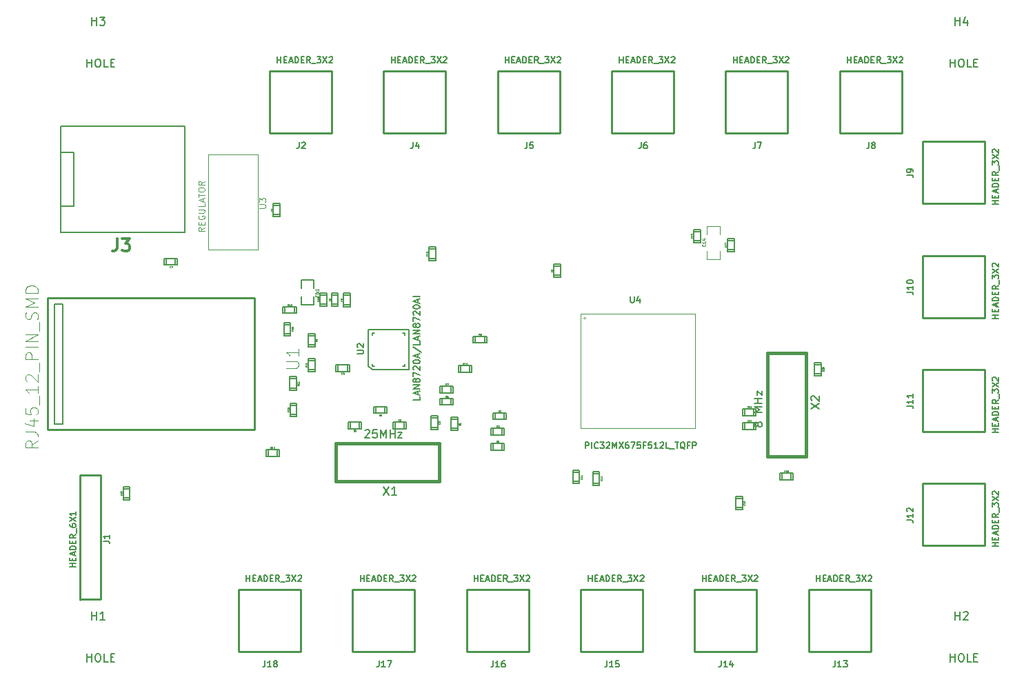
<source format=gto>
G04 (created by PCBNEW (2013-08-24 BZR 4298)-stable) date Sat 25 Jan 2014 07:06:08 PM PST*
%MOIN*%
G04 Gerber Fmt 3.4, Leading zero omitted, Abs format*
%FSLAX34Y34*%
G01*
G70*
G90*
G04 APERTURE LIST*
%ADD10C,0.005906*%
%ADD11C,0.010000*%
%ADD12C,0.005000*%
%ADD13C,0.007900*%
%ADD14C,0.015000*%
%ADD15C,0.003900*%
%ADD16C,0.005900*%
%ADD17C,0.007500*%
%ADD18C,0.001600*%
%ADD19C,0.012000*%
%ADD20C,0.003700*%
%ADD21C,0.007874*%
G04 APERTURE END LIST*
G54D10*
G54D11*
X22366Y-53618D02*
X19366Y-53618D01*
X22366Y-53618D02*
X22366Y-56618D01*
X22366Y-56618D02*
X19366Y-56618D01*
X19366Y-56618D02*
X19366Y-53618D01*
X27877Y-53618D02*
X24877Y-53618D01*
X27877Y-53618D02*
X27877Y-56618D01*
X27877Y-56618D02*
X24877Y-56618D01*
X24877Y-56618D02*
X24877Y-53618D01*
X33389Y-53618D02*
X30389Y-53618D01*
X33389Y-53618D02*
X33389Y-56618D01*
X33389Y-56618D02*
X30389Y-56618D01*
X30389Y-56618D02*
X30389Y-53618D01*
X38901Y-53618D02*
X35901Y-53618D01*
X38901Y-53618D02*
X38901Y-56618D01*
X38901Y-56618D02*
X35901Y-56618D01*
X35901Y-56618D02*
X35901Y-53618D01*
X44413Y-53618D02*
X41413Y-53618D01*
X44413Y-53618D02*
X44413Y-56618D01*
X44413Y-56618D02*
X41413Y-56618D01*
X41413Y-56618D02*
X41413Y-53618D01*
X49925Y-53618D02*
X46925Y-53618D01*
X49925Y-53618D02*
X49925Y-56618D01*
X49925Y-56618D02*
X46925Y-56618D01*
X46925Y-56618D02*
X46925Y-53618D01*
X55437Y-51500D02*
X55437Y-48500D01*
X55437Y-51500D02*
X52437Y-51500D01*
X52437Y-51500D02*
X52437Y-48500D01*
X52437Y-48500D02*
X55437Y-48500D01*
X55437Y-45988D02*
X55437Y-42988D01*
X55437Y-45988D02*
X52437Y-45988D01*
X52437Y-45988D02*
X52437Y-42988D01*
X52437Y-42988D02*
X55437Y-42988D01*
X55437Y-40476D02*
X55437Y-37476D01*
X55437Y-40476D02*
X52437Y-40476D01*
X52437Y-40476D02*
X52437Y-37476D01*
X52437Y-37476D02*
X55437Y-37476D01*
X55437Y-34964D02*
X55437Y-31964D01*
X55437Y-34964D02*
X52437Y-34964D01*
X52437Y-34964D02*
X52437Y-31964D01*
X52437Y-31964D02*
X55437Y-31964D01*
X51425Y-28552D02*
X48425Y-28552D01*
X51425Y-28552D02*
X51425Y-31552D01*
X51425Y-31552D02*
X48425Y-31552D01*
X48425Y-31552D02*
X48425Y-28552D01*
X45913Y-28552D02*
X42913Y-28552D01*
X45913Y-28552D02*
X45913Y-31552D01*
X45913Y-31552D02*
X42913Y-31552D01*
X42913Y-31552D02*
X42913Y-28552D01*
X40401Y-28552D02*
X37401Y-28552D01*
X40401Y-28552D02*
X40401Y-31552D01*
X40401Y-31552D02*
X37401Y-31552D01*
X37401Y-31552D02*
X37401Y-28552D01*
X34889Y-28552D02*
X31889Y-28552D01*
X34889Y-28552D02*
X34889Y-31552D01*
X34889Y-31552D02*
X31889Y-31552D01*
X31889Y-31552D02*
X31889Y-28552D01*
X29377Y-28552D02*
X26377Y-28552D01*
X29377Y-28552D02*
X29377Y-31552D01*
X29377Y-31552D02*
X26377Y-31552D01*
X26377Y-31552D02*
X26377Y-28552D01*
G54D12*
X44275Y-45219D02*
X44275Y-44899D01*
X43835Y-44909D02*
X43835Y-45219D01*
X43735Y-44899D02*
X44375Y-44899D01*
X44375Y-44899D02*
X44375Y-45219D01*
X44375Y-45219D02*
X43735Y-45219D01*
X43735Y-45219D02*
X43735Y-44899D01*
X43329Y-36748D02*
X43009Y-36748D01*
X43019Y-37188D02*
X43329Y-37188D01*
X43009Y-37288D02*
X43009Y-36648D01*
X43009Y-36648D02*
X43329Y-36648D01*
X43329Y-36648D02*
X43329Y-37288D01*
X43329Y-37288D02*
X43009Y-37288D01*
G54D11*
X12700Y-54100D02*
X12700Y-48100D01*
X12700Y-54100D02*
X11700Y-54100D01*
X11694Y-54106D02*
X11694Y-48094D01*
X11694Y-48094D02*
X12702Y-48094D01*
G54D12*
X10777Y-35078D02*
X11387Y-35078D01*
X11387Y-35078D02*
X11387Y-32480D01*
X11387Y-32480D02*
X10787Y-32480D01*
G54D13*
X16761Y-36339D02*
X10777Y-36339D01*
X10777Y-36339D02*
X10777Y-31219D01*
X10777Y-31219D02*
X16761Y-31219D01*
X16761Y-31219D02*
X16761Y-36339D01*
G54D12*
X28900Y-37165D02*
X28580Y-37165D01*
X28590Y-37605D02*
X28900Y-37605D01*
X28580Y-37705D02*
X28580Y-37065D01*
X28580Y-37065D02*
X28900Y-37065D01*
X28900Y-37065D02*
X28900Y-37705D01*
X28900Y-37705D02*
X28580Y-37705D01*
X23624Y-39370D02*
X23304Y-39370D01*
X23314Y-39810D02*
X23624Y-39810D01*
X23304Y-39910D02*
X23304Y-39270D01*
X23304Y-39270D02*
X23624Y-39270D01*
X23624Y-39270D02*
X23624Y-39910D01*
X23624Y-39910D02*
X23304Y-39910D01*
X28670Y-45775D02*
X28990Y-45775D01*
X28980Y-45335D02*
X28670Y-45335D01*
X28990Y-45235D02*
X28990Y-45875D01*
X28990Y-45875D02*
X28670Y-45875D01*
X28670Y-45875D02*
X28670Y-45235D01*
X28670Y-45235D02*
X28990Y-45235D01*
G54D10*
X10875Y-39807D02*
X10482Y-39807D01*
X10482Y-39807D02*
X10482Y-45633D01*
X10482Y-45633D02*
X10875Y-45633D01*
X10875Y-45633D02*
X10875Y-39807D01*
G54D11*
X20137Y-39531D02*
X20137Y-45870D01*
X20137Y-45870D02*
X10137Y-45870D01*
X10137Y-45870D02*
X10137Y-39531D01*
X10137Y-39531D02*
X20137Y-39531D01*
G54D14*
X24074Y-48401D02*
X24074Y-46551D01*
X29074Y-48401D02*
X29074Y-46551D01*
X29074Y-46551D02*
X24074Y-46551D01*
X29074Y-48401D02*
X24074Y-48401D01*
X46795Y-47185D02*
X44944Y-47185D01*
X46795Y-42185D02*
X44944Y-42185D01*
X44944Y-42185D02*
X44944Y-47185D01*
X46795Y-42185D02*
X46795Y-47185D01*
G54D12*
X24181Y-42765D02*
X24181Y-43085D01*
X24621Y-43075D02*
X24621Y-42765D01*
X24721Y-43085D02*
X24081Y-43085D01*
X24081Y-43085D02*
X24081Y-42765D01*
X24081Y-42765D02*
X24721Y-42765D01*
X24721Y-42765D02*
X24721Y-43085D01*
G54D15*
X42625Y-37244D02*
X42625Y-37644D01*
X42611Y-37646D02*
X42011Y-37646D01*
X41987Y-37646D02*
X41987Y-37246D01*
X41985Y-36462D02*
X41985Y-36062D01*
X42011Y-36056D02*
X42611Y-36056D01*
X42633Y-36058D02*
X42633Y-36458D01*
G54D12*
X22408Y-39063D02*
X22408Y-38663D01*
X22408Y-38663D02*
X23008Y-38663D01*
X23008Y-38663D02*
X23008Y-39063D01*
X23008Y-39463D02*
X23008Y-39863D01*
X23008Y-39863D02*
X22408Y-39863D01*
X22408Y-39863D02*
X22408Y-39463D01*
X29643Y-45830D02*
X29963Y-45830D01*
X29953Y-45390D02*
X29643Y-45390D01*
X29963Y-45290D02*
X29963Y-45930D01*
X29963Y-45930D02*
X29643Y-45930D01*
X29643Y-45930D02*
X29643Y-45290D01*
X29643Y-45290D02*
X29963Y-45290D01*
X27365Y-45841D02*
X27365Y-45521D01*
X26925Y-45531D02*
X26925Y-45841D01*
X26825Y-45521D02*
X27465Y-45521D01*
X27465Y-45521D02*
X27465Y-45841D01*
X27465Y-45841D02*
X26825Y-45841D01*
X26825Y-45841D02*
X26825Y-45521D01*
X24760Y-45528D02*
X24760Y-45848D01*
X25200Y-45838D02*
X25200Y-45528D01*
X25300Y-45848D02*
X24660Y-45848D01*
X24660Y-45848D02*
X24660Y-45528D01*
X24660Y-45528D02*
X25300Y-45528D01*
X25300Y-45528D02*
X25300Y-45848D01*
X24770Y-39398D02*
X24450Y-39398D01*
X24460Y-39838D02*
X24770Y-39838D01*
X24450Y-39938D02*
X24450Y-39298D01*
X24450Y-39298D02*
X24770Y-39298D01*
X24770Y-39298D02*
X24770Y-39938D01*
X24770Y-39938D02*
X24450Y-39938D01*
X24183Y-39378D02*
X23863Y-39378D01*
X23873Y-39818D02*
X24183Y-39818D01*
X23863Y-39918D02*
X23863Y-39278D01*
X23863Y-39278D02*
X24183Y-39278D01*
X24183Y-39278D02*
X24183Y-39918D01*
X24183Y-39918D02*
X23863Y-39918D01*
X15872Y-37605D02*
X15872Y-37925D01*
X16312Y-37915D02*
X16312Y-37605D01*
X16412Y-37925D02*
X15772Y-37925D01*
X15772Y-37925D02*
X15772Y-37605D01*
X15772Y-37605D02*
X16412Y-37605D01*
X16412Y-37605D02*
X16412Y-37925D01*
X34919Y-37980D02*
X34599Y-37980D01*
X34609Y-38420D02*
X34919Y-38420D01*
X34599Y-38520D02*
X34599Y-37880D01*
X34599Y-37880D02*
X34919Y-37880D01*
X34919Y-37880D02*
X34919Y-38520D01*
X34919Y-38520D02*
X34599Y-38520D01*
X21370Y-35045D02*
X21050Y-35045D01*
X21060Y-35485D02*
X21370Y-35485D01*
X21050Y-35585D02*
X21050Y-34945D01*
X21050Y-34945D02*
X21370Y-34945D01*
X21370Y-34945D02*
X21370Y-35585D01*
X21370Y-35585D02*
X21050Y-35585D01*
X30531Y-43120D02*
X30531Y-42800D01*
X30091Y-42810D02*
X30091Y-43120D01*
X29991Y-42800D02*
X30631Y-42800D01*
X30631Y-42800D02*
X30631Y-43120D01*
X30631Y-43120D02*
X29991Y-43120D01*
X29991Y-43120D02*
X29991Y-42800D01*
X35525Y-48401D02*
X35845Y-48401D01*
X35835Y-47961D02*
X35525Y-47961D01*
X35845Y-47861D02*
X35845Y-48501D01*
X35845Y-48501D02*
X35525Y-48501D01*
X35525Y-48501D02*
X35525Y-47861D01*
X35525Y-47861D02*
X35845Y-47861D01*
X36493Y-48471D02*
X36813Y-48471D01*
X36803Y-48031D02*
X36493Y-48031D01*
X36813Y-47931D02*
X36813Y-48571D01*
X36813Y-48571D02*
X36493Y-48571D01*
X36493Y-48571D02*
X36493Y-47931D01*
X36493Y-47931D02*
X36813Y-47931D01*
X41699Y-36311D02*
X41379Y-36311D01*
X41389Y-36751D02*
X41699Y-36751D01*
X41379Y-36851D02*
X41379Y-36211D01*
X41379Y-36211D02*
X41699Y-36211D01*
X41699Y-36211D02*
X41699Y-36851D01*
X41699Y-36851D02*
X41379Y-36851D01*
X43399Y-49660D02*
X43719Y-49660D01*
X43709Y-49220D02*
X43399Y-49220D01*
X43719Y-49120D02*
X43719Y-49760D01*
X43719Y-49760D02*
X43399Y-49760D01*
X43399Y-49760D02*
X43399Y-49120D01*
X43399Y-49120D02*
X43719Y-49120D01*
X47210Y-43188D02*
X47530Y-43188D01*
X47520Y-42748D02*
X47210Y-42748D01*
X47530Y-42648D02*
X47530Y-43288D01*
X47530Y-43288D02*
X47210Y-43288D01*
X47210Y-43288D02*
X47210Y-42648D01*
X47210Y-42648D02*
X47530Y-42648D01*
X46058Y-48321D02*
X46058Y-48001D01*
X45618Y-48011D02*
X45618Y-48321D01*
X45518Y-48001D02*
X46158Y-48001D01*
X46158Y-48001D02*
X46158Y-48321D01*
X46158Y-48321D02*
X45518Y-48321D01*
X45518Y-48321D02*
X45518Y-48001D01*
X44279Y-45880D02*
X44279Y-45560D01*
X43839Y-45570D02*
X43839Y-45880D01*
X43739Y-45560D02*
X44379Y-45560D01*
X44379Y-45560D02*
X44379Y-45880D01*
X44379Y-45880D02*
X43739Y-45880D01*
X43739Y-45880D02*
X43739Y-45560D01*
X32204Y-45392D02*
X32204Y-45072D01*
X31764Y-45082D02*
X31764Y-45392D01*
X31664Y-45072D02*
X32304Y-45072D01*
X32304Y-45072D02*
X32304Y-45392D01*
X32304Y-45392D02*
X31664Y-45392D01*
X31664Y-45392D02*
X31664Y-45072D01*
X32101Y-46888D02*
X32101Y-46568D01*
X31661Y-46578D02*
X31661Y-46888D01*
X31561Y-46568D02*
X32201Y-46568D01*
X32201Y-46568D02*
X32201Y-46888D01*
X32201Y-46888D02*
X31561Y-46888D01*
X31561Y-46888D02*
X31561Y-46568D01*
X32109Y-46148D02*
X32109Y-45828D01*
X31669Y-45838D02*
X31669Y-46148D01*
X31569Y-45828D02*
X32209Y-45828D01*
X32209Y-45828D02*
X32209Y-46148D01*
X32209Y-46148D02*
X31569Y-46148D01*
X31569Y-46148D02*
X31569Y-45828D01*
X26000Y-44780D02*
X26000Y-45100D01*
X26440Y-45090D02*
X26440Y-44780D01*
X26540Y-45100D02*
X25900Y-45100D01*
X25900Y-45100D02*
X25900Y-44780D01*
X25900Y-44780D02*
X26540Y-44780D01*
X26540Y-44780D02*
X26540Y-45100D01*
X29649Y-44695D02*
X29649Y-44375D01*
X29209Y-44385D02*
X29209Y-44695D01*
X29109Y-44375D02*
X29749Y-44375D01*
X29749Y-44375D02*
X29749Y-44695D01*
X29749Y-44695D02*
X29109Y-44695D01*
X29109Y-44695D02*
X29109Y-44375D01*
X29641Y-44108D02*
X29641Y-43788D01*
X29201Y-43798D02*
X29201Y-44108D01*
X29101Y-43788D02*
X29741Y-43788D01*
X29741Y-43788D02*
X29741Y-44108D01*
X29741Y-44108D02*
X29101Y-44108D01*
X29101Y-44108D02*
X29101Y-43788D01*
X31251Y-41699D02*
X31251Y-41379D01*
X30811Y-41389D02*
X30811Y-41699D01*
X30711Y-41379D02*
X31351Y-41379D01*
X31351Y-41379D02*
X31351Y-41699D01*
X31351Y-41699D02*
X30711Y-41699D01*
X30711Y-41699D02*
X30711Y-41379D01*
X22737Y-41786D02*
X23057Y-41786D01*
X23047Y-41346D02*
X22737Y-41346D01*
X23057Y-41246D02*
X23057Y-41886D01*
X23057Y-41886D02*
X22737Y-41886D01*
X22737Y-41886D02*
X22737Y-41246D01*
X22737Y-41246D02*
X23057Y-41246D01*
X23065Y-42551D02*
X22745Y-42551D01*
X22755Y-42991D02*
X23065Y-42991D01*
X22745Y-43091D02*
X22745Y-42451D01*
X22745Y-42451D02*
X23065Y-42451D01*
X23065Y-42451D02*
X23065Y-43091D01*
X23065Y-43091D02*
X22745Y-43091D01*
X21840Y-43869D02*
X22160Y-43869D01*
X22150Y-43429D02*
X21840Y-43429D01*
X22160Y-43329D02*
X22160Y-43969D01*
X22160Y-43969D02*
X21840Y-43969D01*
X21840Y-43969D02*
X21840Y-43329D01*
X21840Y-43329D02*
X22160Y-43329D01*
X22179Y-44709D02*
X21859Y-44709D01*
X21869Y-45149D02*
X22179Y-45149D01*
X21859Y-45249D02*
X21859Y-44609D01*
X21859Y-44609D02*
X22179Y-44609D01*
X22179Y-44609D02*
X22179Y-45249D01*
X22179Y-45249D02*
X21859Y-45249D01*
X21231Y-47179D02*
X21231Y-46859D01*
X20791Y-46869D02*
X20791Y-47179D01*
X20691Y-46859D02*
X21331Y-46859D01*
X21331Y-46859D02*
X21331Y-47179D01*
X21331Y-47179D02*
X20691Y-47179D01*
X20691Y-47179D02*
X20691Y-46859D01*
X14106Y-48746D02*
X13786Y-48746D01*
X13796Y-49186D02*
X14106Y-49186D01*
X13786Y-49286D02*
X13786Y-48646D01*
X13786Y-48646D02*
X14106Y-48646D01*
X14106Y-48646D02*
X14106Y-49286D01*
X14106Y-49286D02*
X13786Y-49286D01*
X22054Y-40266D02*
X22054Y-39946D01*
X21614Y-39956D02*
X21614Y-40266D01*
X21514Y-39946D02*
X22154Y-39946D01*
X22154Y-39946D02*
X22154Y-40266D01*
X22154Y-40266D02*
X21514Y-40266D01*
X21514Y-40266D02*
X21514Y-39946D01*
X21560Y-41247D02*
X21880Y-41247D01*
X21870Y-40807D02*
X21560Y-40807D01*
X21880Y-40707D02*
X21880Y-41347D01*
X21880Y-41347D02*
X21560Y-41347D01*
X21560Y-41347D02*
X21560Y-40707D01*
X21560Y-40707D02*
X21880Y-40707D01*
G54D11*
X23866Y-28552D02*
X20866Y-28552D01*
X23866Y-28552D02*
X23866Y-31552D01*
X23866Y-31552D02*
X20866Y-31552D01*
X20866Y-31552D02*
X20866Y-28552D01*
G54D15*
X20284Y-32591D02*
X20284Y-37191D01*
X20284Y-37191D02*
X17884Y-37191D01*
X17884Y-37191D02*
X17884Y-32591D01*
X17884Y-32591D02*
X20284Y-32591D01*
G54D16*
X25638Y-42803D02*
X25638Y-41039D01*
X25834Y-42999D02*
X27598Y-42999D01*
X25834Y-42999D02*
X25638Y-42803D01*
G54D13*
X25932Y-42803D02*
X25834Y-42803D01*
X25834Y-42803D02*
X25834Y-42705D01*
X27402Y-42705D02*
X27402Y-42803D01*
X27402Y-42803D02*
X27304Y-42803D01*
X27304Y-41235D02*
X27402Y-41235D01*
X27402Y-41235D02*
X27402Y-41333D01*
X25834Y-41333D02*
X25834Y-41235D01*
X25834Y-41235D02*
X25932Y-41235D01*
G54D16*
X27598Y-41039D02*
X27598Y-42999D01*
X25638Y-41039D02*
X27598Y-41039D01*
G54D15*
X35915Y-40295D02*
X41427Y-40295D01*
X41427Y-40295D02*
X41427Y-45807D01*
X41427Y-45807D02*
X35915Y-45807D01*
X35915Y-45807D02*
X35915Y-40295D01*
X36157Y-40503D02*
G75*
G03X36157Y-40503I-53J0D01*
G74*
G01*
G54D17*
X20642Y-57060D02*
X20642Y-57274D01*
X20628Y-57317D01*
X20600Y-57345D01*
X20557Y-57360D01*
X20528Y-57360D01*
X20942Y-57360D02*
X20771Y-57360D01*
X20857Y-57360D02*
X20857Y-57060D01*
X20828Y-57102D01*
X20800Y-57131D01*
X20771Y-57145D01*
X21114Y-57188D02*
X21085Y-57174D01*
X21071Y-57160D01*
X21057Y-57131D01*
X21057Y-57117D01*
X21071Y-57088D01*
X21085Y-57074D01*
X21114Y-57060D01*
X21171Y-57060D01*
X21200Y-57074D01*
X21214Y-57088D01*
X21228Y-57117D01*
X21228Y-57131D01*
X21214Y-57160D01*
X21200Y-57174D01*
X21171Y-57188D01*
X21114Y-57188D01*
X21085Y-57202D01*
X21071Y-57217D01*
X21057Y-57245D01*
X21057Y-57302D01*
X21071Y-57331D01*
X21085Y-57345D01*
X21114Y-57360D01*
X21171Y-57360D01*
X21200Y-57345D01*
X21214Y-57331D01*
X21228Y-57302D01*
X21228Y-57245D01*
X21214Y-57217D01*
X21200Y-57202D01*
X21171Y-57188D01*
X19744Y-53226D02*
X19744Y-52926D01*
X19744Y-53069D02*
X19915Y-53069D01*
X19915Y-53226D02*
X19915Y-52926D01*
X20058Y-53069D02*
X20158Y-53069D01*
X20201Y-53226D02*
X20058Y-53226D01*
X20058Y-52926D01*
X20201Y-52926D01*
X20315Y-53140D02*
X20458Y-53140D01*
X20287Y-53226D02*
X20387Y-52926D01*
X20487Y-53226D01*
X20587Y-53226D02*
X20587Y-52926D01*
X20658Y-52926D01*
X20701Y-52940D01*
X20729Y-52969D01*
X20744Y-52997D01*
X20758Y-53054D01*
X20758Y-53097D01*
X20744Y-53154D01*
X20729Y-53183D01*
X20701Y-53211D01*
X20658Y-53226D01*
X20587Y-53226D01*
X20887Y-53069D02*
X20987Y-53069D01*
X21029Y-53226D02*
X20887Y-53226D01*
X20887Y-52926D01*
X21029Y-52926D01*
X21329Y-53226D02*
X21229Y-53083D01*
X21158Y-53226D02*
X21158Y-52926D01*
X21272Y-52926D01*
X21301Y-52940D01*
X21315Y-52954D01*
X21329Y-52983D01*
X21329Y-53026D01*
X21315Y-53054D01*
X21301Y-53069D01*
X21272Y-53083D01*
X21158Y-53083D01*
X21387Y-53254D02*
X21615Y-53254D01*
X21658Y-52926D02*
X21844Y-52926D01*
X21744Y-53040D01*
X21787Y-53040D01*
X21815Y-53054D01*
X21829Y-53069D01*
X21844Y-53097D01*
X21844Y-53169D01*
X21829Y-53197D01*
X21815Y-53211D01*
X21787Y-53226D01*
X21701Y-53226D01*
X21672Y-53211D01*
X21658Y-53197D01*
X21944Y-52926D02*
X22144Y-53226D01*
X22144Y-52926D02*
X21944Y-53226D01*
X22244Y-52954D02*
X22258Y-52940D01*
X22287Y-52926D01*
X22358Y-52926D01*
X22387Y-52940D01*
X22401Y-52954D01*
X22415Y-52983D01*
X22415Y-53011D01*
X22401Y-53054D01*
X22229Y-53226D01*
X22415Y-53226D01*
X26154Y-57060D02*
X26154Y-57274D01*
X26140Y-57317D01*
X26111Y-57345D01*
X26069Y-57360D01*
X26040Y-57360D01*
X26454Y-57360D02*
X26283Y-57360D01*
X26369Y-57360D02*
X26369Y-57060D01*
X26340Y-57102D01*
X26311Y-57131D01*
X26283Y-57145D01*
X26554Y-57060D02*
X26754Y-57060D01*
X26626Y-57360D01*
X25256Y-53226D02*
X25256Y-52926D01*
X25256Y-53069D02*
X25427Y-53069D01*
X25427Y-53226D02*
X25427Y-52926D01*
X25570Y-53069D02*
X25670Y-53069D01*
X25713Y-53226D02*
X25570Y-53226D01*
X25570Y-52926D01*
X25713Y-52926D01*
X25827Y-53140D02*
X25970Y-53140D01*
X25798Y-53226D02*
X25898Y-52926D01*
X25998Y-53226D01*
X26098Y-53226D02*
X26098Y-52926D01*
X26170Y-52926D01*
X26213Y-52940D01*
X26241Y-52969D01*
X26256Y-52997D01*
X26270Y-53054D01*
X26270Y-53097D01*
X26256Y-53154D01*
X26241Y-53183D01*
X26213Y-53211D01*
X26170Y-53226D01*
X26098Y-53226D01*
X26398Y-53069D02*
X26498Y-53069D01*
X26541Y-53226D02*
X26398Y-53226D01*
X26398Y-52926D01*
X26541Y-52926D01*
X26841Y-53226D02*
X26741Y-53083D01*
X26670Y-53226D02*
X26670Y-52926D01*
X26784Y-52926D01*
X26813Y-52940D01*
X26827Y-52954D01*
X26841Y-52983D01*
X26841Y-53026D01*
X26827Y-53054D01*
X26813Y-53069D01*
X26784Y-53083D01*
X26670Y-53083D01*
X26898Y-53254D02*
X27127Y-53254D01*
X27170Y-52926D02*
X27356Y-52926D01*
X27256Y-53040D01*
X27298Y-53040D01*
X27327Y-53054D01*
X27341Y-53069D01*
X27356Y-53097D01*
X27356Y-53169D01*
X27341Y-53197D01*
X27327Y-53211D01*
X27298Y-53226D01*
X27213Y-53226D01*
X27184Y-53211D01*
X27170Y-53197D01*
X27456Y-52926D02*
X27656Y-53226D01*
X27656Y-52926D02*
X27456Y-53226D01*
X27756Y-52954D02*
X27770Y-52940D01*
X27798Y-52926D01*
X27870Y-52926D01*
X27898Y-52940D01*
X27913Y-52954D01*
X27927Y-52983D01*
X27927Y-53011D01*
X27913Y-53054D01*
X27741Y-53226D01*
X27927Y-53226D01*
X31666Y-57060D02*
X31666Y-57274D01*
X31652Y-57317D01*
X31623Y-57345D01*
X31580Y-57360D01*
X31552Y-57360D01*
X31966Y-57360D02*
X31795Y-57360D01*
X31880Y-57360D02*
X31880Y-57060D01*
X31852Y-57102D01*
X31823Y-57131D01*
X31795Y-57145D01*
X32223Y-57060D02*
X32166Y-57060D01*
X32138Y-57074D01*
X32123Y-57088D01*
X32095Y-57131D01*
X32080Y-57188D01*
X32080Y-57302D01*
X32095Y-57331D01*
X32109Y-57345D01*
X32138Y-57360D01*
X32195Y-57360D01*
X32223Y-57345D01*
X32238Y-57331D01*
X32252Y-57302D01*
X32252Y-57231D01*
X32238Y-57202D01*
X32223Y-57188D01*
X32195Y-57174D01*
X32138Y-57174D01*
X32109Y-57188D01*
X32095Y-57202D01*
X32080Y-57231D01*
X30767Y-53226D02*
X30767Y-52926D01*
X30767Y-53069D02*
X30939Y-53069D01*
X30939Y-53226D02*
X30939Y-52926D01*
X31082Y-53069D02*
X31182Y-53069D01*
X31225Y-53226D02*
X31082Y-53226D01*
X31082Y-52926D01*
X31225Y-52926D01*
X31339Y-53140D02*
X31482Y-53140D01*
X31310Y-53226D02*
X31410Y-52926D01*
X31510Y-53226D01*
X31610Y-53226D02*
X31610Y-52926D01*
X31682Y-52926D01*
X31725Y-52940D01*
X31753Y-52969D01*
X31767Y-52997D01*
X31782Y-53054D01*
X31782Y-53097D01*
X31767Y-53154D01*
X31753Y-53183D01*
X31725Y-53211D01*
X31682Y-53226D01*
X31610Y-53226D01*
X31910Y-53069D02*
X32010Y-53069D01*
X32053Y-53226D02*
X31910Y-53226D01*
X31910Y-52926D01*
X32053Y-52926D01*
X32353Y-53226D02*
X32253Y-53083D01*
X32182Y-53226D02*
X32182Y-52926D01*
X32296Y-52926D01*
X32325Y-52940D01*
X32339Y-52954D01*
X32353Y-52983D01*
X32353Y-53026D01*
X32339Y-53054D01*
X32325Y-53069D01*
X32296Y-53083D01*
X32182Y-53083D01*
X32410Y-53254D02*
X32639Y-53254D01*
X32682Y-52926D02*
X32867Y-52926D01*
X32767Y-53040D01*
X32810Y-53040D01*
X32839Y-53054D01*
X32853Y-53069D01*
X32867Y-53097D01*
X32867Y-53169D01*
X32853Y-53197D01*
X32839Y-53211D01*
X32810Y-53226D01*
X32725Y-53226D01*
X32696Y-53211D01*
X32682Y-53197D01*
X32967Y-52926D02*
X33167Y-53226D01*
X33167Y-52926D02*
X32967Y-53226D01*
X33267Y-52954D02*
X33282Y-52940D01*
X33310Y-52926D01*
X33382Y-52926D01*
X33410Y-52940D01*
X33425Y-52954D01*
X33439Y-52983D01*
X33439Y-53011D01*
X33425Y-53054D01*
X33253Y-53226D01*
X33439Y-53226D01*
X37178Y-57060D02*
X37178Y-57274D01*
X37164Y-57317D01*
X37135Y-57345D01*
X37092Y-57360D01*
X37064Y-57360D01*
X37478Y-57360D02*
X37306Y-57360D01*
X37392Y-57360D02*
X37392Y-57060D01*
X37364Y-57102D01*
X37335Y-57131D01*
X37306Y-57145D01*
X37749Y-57060D02*
X37606Y-57060D01*
X37592Y-57202D01*
X37606Y-57188D01*
X37635Y-57174D01*
X37706Y-57174D01*
X37735Y-57188D01*
X37749Y-57202D01*
X37764Y-57231D01*
X37764Y-57302D01*
X37749Y-57331D01*
X37735Y-57345D01*
X37706Y-57360D01*
X37635Y-57360D01*
X37606Y-57345D01*
X37592Y-57331D01*
X36279Y-53226D02*
X36279Y-52926D01*
X36279Y-53069D02*
X36451Y-53069D01*
X36451Y-53226D02*
X36451Y-52926D01*
X36593Y-53069D02*
X36693Y-53069D01*
X36736Y-53226D02*
X36593Y-53226D01*
X36593Y-52926D01*
X36736Y-52926D01*
X36851Y-53140D02*
X36993Y-53140D01*
X36822Y-53226D02*
X36922Y-52926D01*
X37022Y-53226D01*
X37122Y-53226D02*
X37122Y-52926D01*
X37193Y-52926D01*
X37236Y-52940D01*
X37265Y-52969D01*
X37279Y-52997D01*
X37293Y-53054D01*
X37293Y-53097D01*
X37279Y-53154D01*
X37265Y-53183D01*
X37236Y-53211D01*
X37193Y-53226D01*
X37122Y-53226D01*
X37422Y-53069D02*
X37522Y-53069D01*
X37565Y-53226D02*
X37422Y-53226D01*
X37422Y-52926D01*
X37565Y-52926D01*
X37865Y-53226D02*
X37765Y-53083D01*
X37693Y-53226D02*
X37693Y-52926D01*
X37808Y-52926D01*
X37836Y-52940D01*
X37851Y-52954D01*
X37865Y-52983D01*
X37865Y-53026D01*
X37851Y-53054D01*
X37836Y-53069D01*
X37808Y-53083D01*
X37693Y-53083D01*
X37922Y-53254D02*
X38151Y-53254D01*
X38193Y-52926D02*
X38379Y-52926D01*
X38279Y-53040D01*
X38322Y-53040D01*
X38351Y-53054D01*
X38365Y-53069D01*
X38379Y-53097D01*
X38379Y-53169D01*
X38365Y-53197D01*
X38351Y-53211D01*
X38322Y-53226D01*
X38236Y-53226D01*
X38208Y-53211D01*
X38193Y-53197D01*
X38479Y-52926D02*
X38679Y-53226D01*
X38679Y-52926D02*
X38479Y-53226D01*
X38779Y-52954D02*
X38793Y-52940D01*
X38822Y-52926D01*
X38893Y-52926D01*
X38922Y-52940D01*
X38936Y-52954D01*
X38951Y-52983D01*
X38951Y-53011D01*
X38936Y-53054D01*
X38765Y-53226D01*
X38951Y-53226D01*
X42690Y-57060D02*
X42690Y-57274D01*
X42675Y-57317D01*
X42647Y-57345D01*
X42604Y-57360D01*
X42575Y-57360D01*
X42990Y-57360D02*
X42818Y-57360D01*
X42904Y-57360D02*
X42904Y-57060D01*
X42875Y-57102D01*
X42847Y-57131D01*
X42818Y-57145D01*
X43247Y-57160D02*
X43247Y-57360D01*
X43175Y-57045D02*
X43104Y-57260D01*
X43290Y-57260D01*
X41791Y-53226D02*
X41791Y-52926D01*
X41791Y-53069D02*
X41962Y-53069D01*
X41962Y-53226D02*
X41962Y-52926D01*
X42105Y-53069D02*
X42205Y-53069D01*
X42248Y-53226D02*
X42105Y-53226D01*
X42105Y-52926D01*
X42248Y-52926D01*
X42362Y-53140D02*
X42505Y-53140D01*
X42334Y-53226D02*
X42434Y-52926D01*
X42534Y-53226D01*
X42634Y-53226D02*
X42634Y-52926D01*
X42705Y-52926D01*
X42748Y-52940D01*
X42777Y-52969D01*
X42791Y-52997D01*
X42805Y-53054D01*
X42805Y-53097D01*
X42791Y-53154D01*
X42777Y-53183D01*
X42748Y-53211D01*
X42705Y-53226D01*
X42634Y-53226D01*
X42934Y-53069D02*
X43034Y-53069D01*
X43077Y-53226D02*
X42934Y-53226D01*
X42934Y-52926D01*
X43077Y-52926D01*
X43377Y-53226D02*
X43277Y-53083D01*
X43205Y-53226D02*
X43205Y-52926D01*
X43320Y-52926D01*
X43348Y-52940D01*
X43362Y-52954D01*
X43377Y-52983D01*
X43377Y-53026D01*
X43362Y-53054D01*
X43348Y-53069D01*
X43320Y-53083D01*
X43205Y-53083D01*
X43434Y-53254D02*
X43662Y-53254D01*
X43705Y-52926D02*
X43891Y-52926D01*
X43791Y-53040D01*
X43834Y-53040D01*
X43862Y-53054D01*
X43877Y-53069D01*
X43891Y-53097D01*
X43891Y-53169D01*
X43877Y-53197D01*
X43862Y-53211D01*
X43834Y-53226D01*
X43748Y-53226D01*
X43720Y-53211D01*
X43705Y-53197D01*
X43991Y-52926D02*
X44191Y-53226D01*
X44191Y-52926D02*
X43991Y-53226D01*
X44291Y-52954D02*
X44305Y-52940D01*
X44334Y-52926D01*
X44405Y-52926D01*
X44434Y-52940D01*
X44448Y-52954D01*
X44462Y-52983D01*
X44462Y-53011D01*
X44448Y-53054D01*
X44277Y-53226D01*
X44462Y-53226D01*
X48202Y-57060D02*
X48202Y-57274D01*
X48187Y-57317D01*
X48159Y-57345D01*
X48116Y-57360D01*
X48087Y-57360D01*
X48502Y-57360D02*
X48330Y-57360D01*
X48416Y-57360D02*
X48416Y-57060D01*
X48387Y-57102D01*
X48359Y-57131D01*
X48330Y-57145D01*
X48602Y-57060D02*
X48787Y-57060D01*
X48687Y-57174D01*
X48730Y-57174D01*
X48759Y-57188D01*
X48773Y-57202D01*
X48787Y-57231D01*
X48787Y-57302D01*
X48773Y-57331D01*
X48759Y-57345D01*
X48730Y-57360D01*
X48644Y-57360D01*
X48616Y-57345D01*
X48602Y-57331D01*
X47303Y-53226D02*
X47303Y-52926D01*
X47303Y-53069D02*
X47474Y-53069D01*
X47474Y-53226D02*
X47474Y-52926D01*
X47617Y-53069D02*
X47717Y-53069D01*
X47760Y-53226D02*
X47617Y-53226D01*
X47617Y-52926D01*
X47760Y-52926D01*
X47874Y-53140D02*
X48017Y-53140D01*
X47846Y-53226D02*
X47946Y-52926D01*
X48046Y-53226D01*
X48146Y-53226D02*
X48146Y-52926D01*
X48217Y-52926D01*
X48260Y-52940D01*
X48289Y-52969D01*
X48303Y-52997D01*
X48317Y-53054D01*
X48317Y-53097D01*
X48303Y-53154D01*
X48289Y-53183D01*
X48260Y-53211D01*
X48217Y-53226D01*
X48146Y-53226D01*
X48446Y-53069D02*
X48546Y-53069D01*
X48589Y-53226D02*
X48446Y-53226D01*
X48446Y-52926D01*
X48589Y-52926D01*
X48889Y-53226D02*
X48789Y-53083D01*
X48717Y-53226D02*
X48717Y-52926D01*
X48831Y-52926D01*
X48860Y-52940D01*
X48874Y-52954D01*
X48889Y-52983D01*
X48889Y-53026D01*
X48874Y-53054D01*
X48860Y-53069D01*
X48831Y-53083D01*
X48717Y-53083D01*
X48946Y-53254D02*
X49174Y-53254D01*
X49217Y-52926D02*
X49403Y-52926D01*
X49303Y-53040D01*
X49346Y-53040D01*
X49374Y-53054D01*
X49389Y-53069D01*
X49403Y-53097D01*
X49403Y-53169D01*
X49389Y-53197D01*
X49374Y-53211D01*
X49346Y-53226D01*
X49260Y-53226D01*
X49231Y-53211D01*
X49217Y-53197D01*
X49503Y-52926D02*
X49703Y-53226D01*
X49703Y-52926D02*
X49503Y-53226D01*
X49803Y-52954D02*
X49817Y-52940D01*
X49846Y-52926D01*
X49917Y-52926D01*
X49946Y-52940D01*
X49960Y-52954D01*
X49974Y-52983D01*
X49974Y-53011D01*
X49960Y-53054D01*
X49789Y-53226D01*
X49974Y-53226D01*
X51666Y-50262D02*
X51880Y-50262D01*
X51923Y-50276D01*
X51952Y-50305D01*
X51966Y-50348D01*
X51966Y-50376D01*
X51966Y-49962D02*
X51966Y-50133D01*
X51966Y-50048D02*
X51666Y-50048D01*
X51709Y-50076D01*
X51737Y-50105D01*
X51752Y-50133D01*
X51694Y-49848D02*
X51680Y-49833D01*
X51666Y-49805D01*
X51666Y-49733D01*
X51680Y-49705D01*
X51694Y-49691D01*
X51723Y-49676D01*
X51752Y-49676D01*
X51794Y-49691D01*
X51966Y-49862D01*
X51966Y-49676D01*
X56100Y-51535D02*
X55800Y-51535D01*
X55943Y-51535D02*
X55943Y-51363D01*
X56100Y-51363D02*
X55800Y-51363D01*
X55943Y-51220D02*
X55943Y-51120D01*
X56100Y-51078D02*
X56100Y-51220D01*
X55800Y-51220D01*
X55800Y-51078D01*
X56014Y-50963D02*
X56014Y-50820D01*
X56100Y-50992D02*
X55800Y-50892D01*
X56100Y-50792D01*
X56100Y-50692D02*
X55800Y-50692D01*
X55800Y-50620D01*
X55814Y-50578D01*
X55843Y-50549D01*
X55871Y-50535D01*
X55928Y-50520D01*
X55971Y-50520D01*
X56028Y-50535D01*
X56057Y-50549D01*
X56085Y-50578D01*
X56100Y-50620D01*
X56100Y-50692D01*
X55943Y-50392D02*
X55943Y-50292D01*
X56100Y-50249D02*
X56100Y-50392D01*
X55800Y-50392D01*
X55800Y-50249D01*
X56100Y-49949D02*
X55957Y-50049D01*
X56100Y-50120D02*
X55800Y-50120D01*
X55800Y-50006D01*
X55814Y-49978D01*
X55828Y-49963D01*
X55857Y-49949D01*
X55900Y-49949D01*
X55928Y-49963D01*
X55943Y-49978D01*
X55957Y-50006D01*
X55957Y-50120D01*
X56128Y-49892D02*
X56128Y-49663D01*
X55800Y-49620D02*
X55800Y-49435D01*
X55914Y-49535D01*
X55914Y-49492D01*
X55928Y-49463D01*
X55943Y-49449D01*
X55971Y-49435D01*
X56043Y-49435D01*
X56071Y-49449D01*
X56085Y-49463D01*
X56100Y-49492D01*
X56100Y-49578D01*
X56085Y-49606D01*
X56071Y-49620D01*
X55800Y-49335D02*
X56100Y-49135D01*
X55800Y-49135D02*
X56100Y-49335D01*
X55828Y-49035D02*
X55814Y-49020D01*
X55800Y-48992D01*
X55800Y-48920D01*
X55814Y-48892D01*
X55828Y-48878D01*
X55857Y-48863D01*
X55885Y-48863D01*
X55928Y-48878D01*
X56100Y-49049D01*
X56100Y-48863D01*
X51666Y-44750D02*
X51880Y-44750D01*
X51923Y-44765D01*
X51952Y-44793D01*
X51966Y-44836D01*
X51966Y-44865D01*
X51966Y-44450D02*
X51966Y-44622D01*
X51966Y-44536D02*
X51666Y-44536D01*
X51709Y-44565D01*
X51737Y-44593D01*
X51752Y-44622D01*
X51966Y-44165D02*
X51966Y-44336D01*
X51966Y-44250D02*
X51666Y-44250D01*
X51709Y-44279D01*
X51737Y-44307D01*
X51752Y-44336D01*
X56100Y-46023D02*
X55800Y-46023D01*
X55943Y-46023D02*
X55943Y-45852D01*
X56100Y-45852D02*
X55800Y-45852D01*
X55943Y-45709D02*
X55943Y-45609D01*
X56100Y-45566D02*
X56100Y-45709D01*
X55800Y-45709D01*
X55800Y-45566D01*
X56014Y-45452D02*
X56014Y-45309D01*
X56100Y-45480D02*
X55800Y-45380D01*
X56100Y-45280D01*
X56100Y-45180D02*
X55800Y-45180D01*
X55800Y-45109D01*
X55814Y-45066D01*
X55843Y-45037D01*
X55871Y-45023D01*
X55928Y-45009D01*
X55971Y-45009D01*
X56028Y-45023D01*
X56057Y-45037D01*
X56085Y-45066D01*
X56100Y-45109D01*
X56100Y-45180D01*
X55943Y-44880D02*
X55943Y-44780D01*
X56100Y-44737D02*
X56100Y-44880D01*
X55800Y-44880D01*
X55800Y-44737D01*
X56100Y-44437D02*
X55957Y-44537D01*
X56100Y-44609D02*
X55800Y-44609D01*
X55800Y-44494D01*
X55814Y-44466D01*
X55828Y-44452D01*
X55857Y-44437D01*
X55900Y-44437D01*
X55928Y-44452D01*
X55943Y-44466D01*
X55957Y-44494D01*
X55957Y-44609D01*
X56128Y-44380D02*
X56128Y-44152D01*
X55800Y-44109D02*
X55800Y-43923D01*
X55914Y-44023D01*
X55914Y-43980D01*
X55928Y-43952D01*
X55943Y-43937D01*
X55971Y-43923D01*
X56043Y-43923D01*
X56071Y-43937D01*
X56085Y-43952D01*
X56100Y-43980D01*
X56100Y-44066D01*
X56085Y-44094D01*
X56071Y-44109D01*
X55800Y-43823D02*
X56100Y-43623D01*
X55800Y-43623D02*
X56100Y-43823D01*
X55828Y-43523D02*
X55814Y-43509D01*
X55800Y-43480D01*
X55800Y-43409D01*
X55814Y-43380D01*
X55828Y-43366D01*
X55857Y-43352D01*
X55885Y-43352D01*
X55928Y-43366D01*
X56100Y-43537D01*
X56100Y-43352D01*
X51666Y-39238D02*
X51880Y-39238D01*
X51923Y-39253D01*
X51952Y-39281D01*
X51966Y-39324D01*
X51966Y-39353D01*
X51966Y-38938D02*
X51966Y-39110D01*
X51966Y-39024D02*
X51666Y-39024D01*
X51709Y-39053D01*
X51737Y-39081D01*
X51752Y-39110D01*
X51666Y-38753D02*
X51666Y-38724D01*
X51680Y-38696D01*
X51694Y-38681D01*
X51723Y-38667D01*
X51780Y-38653D01*
X51852Y-38653D01*
X51909Y-38667D01*
X51937Y-38681D01*
X51952Y-38696D01*
X51966Y-38724D01*
X51966Y-38753D01*
X51952Y-38781D01*
X51937Y-38796D01*
X51909Y-38810D01*
X51852Y-38824D01*
X51780Y-38824D01*
X51723Y-38810D01*
X51694Y-38796D01*
X51680Y-38781D01*
X51666Y-38753D01*
X56100Y-40511D02*
X55800Y-40511D01*
X55943Y-40511D02*
X55943Y-40340D01*
X56100Y-40340D02*
X55800Y-40340D01*
X55943Y-40197D02*
X55943Y-40097D01*
X56100Y-40054D02*
X56100Y-40197D01*
X55800Y-40197D01*
X55800Y-40054D01*
X56014Y-39940D02*
X56014Y-39797D01*
X56100Y-39968D02*
X55800Y-39868D01*
X56100Y-39768D01*
X56100Y-39668D02*
X55800Y-39668D01*
X55800Y-39597D01*
X55814Y-39554D01*
X55843Y-39525D01*
X55871Y-39511D01*
X55928Y-39497D01*
X55971Y-39497D01*
X56028Y-39511D01*
X56057Y-39525D01*
X56085Y-39554D01*
X56100Y-39597D01*
X56100Y-39668D01*
X55943Y-39368D02*
X55943Y-39268D01*
X56100Y-39225D02*
X56100Y-39368D01*
X55800Y-39368D01*
X55800Y-39225D01*
X56100Y-38925D02*
X55957Y-39025D01*
X56100Y-39097D02*
X55800Y-39097D01*
X55800Y-38983D01*
X55814Y-38954D01*
X55828Y-38940D01*
X55857Y-38925D01*
X55900Y-38925D01*
X55928Y-38940D01*
X55943Y-38954D01*
X55957Y-38983D01*
X55957Y-39097D01*
X56128Y-38868D02*
X56128Y-38640D01*
X55800Y-38597D02*
X55800Y-38411D01*
X55914Y-38511D01*
X55914Y-38468D01*
X55928Y-38440D01*
X55943Y-38425D01*
X55971Y-38411D01*
X56043Y-38411D01*
X56071Y-38425D01*
X56085Y-38440D01*
X56100Y-38468D01*
X56100Y-38554D01*
X56085Y-38583D01*
X56071Y-38597D01*
X55800Y-38311D02*
X56100Y-38111D01*
X55800Y-38111D02*
X56100Y-38311D01*
X55828Y-38011D02*
X55814Y-37997D01*
X55800Y-37968D01*
X55800Y-37897D01*
X55814Y-37868D01*
X55828Y-37854D01*
X55857Y-37840D01*
X55885Y-37840D01*
X55928Y-37854D01*
X56100Y-38025D01*
X56100Y-37840D01*
X51666Y-33584D02*
X51880Y-33584D01*
X51923Y-33598D01*
X51952Y-33627D01*
X51966Y-33669D01*
X51966Y-33698D01*
X51966Y-33427D02*
X51966Y-33369D01*
X51952Y-33341D01*
X51937Y-33327D01*
X51894Y-33298D01*
X51837Y-33284D01*
X51723Y-33284D01*
X51694Y-33298D01*
X51680Y-33312D01*
X51666Y-33341D01*
X51666Y-33398D01*
X51680Y-33427D01*
X51694Y-33441D01*
X51723Y-33455D01*
X51794Y-33455D01*
X51823Y-33441D01*
X51837Y-33427D01*
X51852Y-33398D01*
X51852Y-33341D01*
X51837Y-33312D01*
X51823Y-33298D01*
X51794Y-33284D01*
X56100Y-34999D02*
X55800Y-34999D01*
X55943Y-34999D02*
X55943Y-34828D01*
X56100Y-34828D02*
X55800Y-34828D01*
X55943Y-34685D02*
X55943Y-34585D01*
X56100Y-34542D02*
X56100Y-34685D01*
X55800Y-34685D01*
X55800Y-34542D01*
X56014Y-34428D02*
X56014Y-34285D01*
X56100Y-34456D02*
X55800Y-34356D01*
X56100Y-34256D01*
X56100Y-34156D02*
X55800Y-34156D01*
X55800Y-34085D01*
X55814Y-34042D01*
X55843Y-34014D01*
X55871Y-33999D01*
X55928Y-33985D01*
X55971Y-33985D01*
X56028Y-33999D01*
X56057Y-34014D01*
X56085Y-34042D01*
X56100Y-34085D01*
X56100Y-34156D01*
X55943Y-33856D02*
X55943Y-33756D01*
X56100Y-33714D02*
X56100Y-33856D01*
X55800Y-33856D01*
X55800Y-33714D01*
X56100Y-33414D02*
X55957Y-33514D01*
X56100Y-33585D02*
X55800Y-33585D01*
X55800Y-33471D01*
X55814Y-33442D01*
X55828Y-33428D01*
X55857Y-33414D01*
X55900Y-33414D01*
X55928Y-33428D01*
X55943Y-33442D01*
X55957Y-33471D01*
X55957Y-33585D01*
X56128Y-33356D02*
X56128Y-33128D01*
X55800Y-33085D02*
X55800Y-32899D01*
X55914Y-32999D01*
X55914Y-32956D01*
X55928Y-32928D01*
X55943Y-32914D01*
X55971Y-32899D01*
X56043Y-32899D01*
X56071Y-32914D01*
X56085Y-32928D01*
X56100Y-32956D01*
X56100Y-33042D01*
X56085Y-33071D01*
X56071Y-33085D01*
X55800Y-32799D02*
X56100Y-32599D01*
X55800Y-32599D02*
X56100Y-32799D01*
X55828Y-32499D02*
X55814Y-32485D01*
X55800Y-32456D01*
X55800Y-32385D01*
X55814Y-32356D01*
X55828Y-32342D01*
X55857Y-32328D01*
X55885Y-32328D01*
X55928Y-32342D01*
X56100Y-32514D01*
X56100Y-32328D01*
X49844Y-31994D02*
X49844Y-32209D01*
X49830Y-32251D01*
X49802Y-32280D01*
X49759Y-32294D01*
X49730Y-32294D01*
X50030Y-32123D02*
X50002Y-32109D01*
X49987Y-32094D01*
X49973Y-32066D01*
X49973Y-32051D01*
X49987Y-32023D01*
X50002Y-32009D01*
X50030Y-31994D01*
X50087Y-31994D01*
X50116Y-32009D01*
X50130Y-32023D01*
X50144Y-32051D01*
X50144Y-32066D01*
X50130Y-32094D01*
X50116Y-32109D01*
X50087Y-32123D01*
X50030Y-32123D01*
X50002Y-32137D01*
X49987Y-32151D01*
X49973Y-32180D01*
X49973Y-32237D01*
X49987Y-32266D01*
X50002Y-32280D01*
X50030Y-32294D01*
X50087Y-32294D01*
X50116Y-32280D01*
X50130Y-32266D01*
X50144Y-32237D01*
X50144Y-32180D01*
X50130Y-32151D01*
X50116Y-32137D01*
X50087Y-32123D01*
X48803Y-28160D02*
X48803Y-27860D01*
X48803Y-28003D02*
X48974Y-28003D01*
X48974Y-28160D02*
X48974Y-27860D01*
X49117Y-28003D02*
X49217Y-28003D01*
X49260Y-28160D02*
X49117Y-28160D01*
X49117Y-27860D01*
X49260Y-27860D01*
X49374Y-28075D02*
X49517Y-28075D01*
X49346Y-28160D02*
X49446Y-27860D01*
X49546Y-28160D01*
X49646Y-28160D02*
X49646Y-27860D01*
X49717Y-27860D01*
X49760Y-27875D01*
X49789Y-27903D01*
X49803Y-27932D01*
X49817Y-27989D01*
X49817Y-28032D01*
X49803Y-28089D01*
X49789Y-28118D01*
X49760Y-28146D01*
X49717Y-28160D01*
X49646Y-28160D01*
X49946Y-28003D02*
X50046Y-28003D01*
X50089Y-28160D02*
X49946Y-28160D01*
X49946Y-27860D01*
X50089Y-27860D01*
X50389Y-28160D02*
X50289Y-28018D01*
X50217Y-28160D02*
X50217Y-27860D01*
X50331Y-27860D01*
X50360Y-27875D01*
X50374Y-27889D01*
X50389Y-27918D01*
X50389Y-27960D01*
X50374Y-27989D01*
X50360Y-28003D01*
X50331Y-28018D01*
X50217Y-28018D01*
X50446Y-28189D02*
X50674Y-28189D01*
X50717Y-27860D02*
X50903Y-27860D01*
X50803Y-27975D01*
X50846Y-27975D01*
X50874Y-27989D01*
X50889Y-28003D01*
X50903Y-28032D01*
X50903Y-28103D01*
X50889Y-28132D01*
X50874Y-28146D01*
X50846Y-28160D01*
X50760Y-28160D01*
X50731Y-28146D01*
X50717Y-28132D01*
X51003Y-27860D02*
X51203Y-28160D01*
X51203Y-27860D02*
X51003Y-28160D01*
X51303Y-27889D02*
X51317Y-27875D01*
X51346Y-27860D01*
X51417Y-27860D01*
X51446Y-27875D01*
X51460Y-27889D01*
X51474Y-27918D01*
X51474Y-27946D01*
X51460Y-27989D01*
X51289Y-28160D01*
X51474Y-28160D01*
X44333Y-31994D02*
X44333Y-32209D01*
X44318Y-32251D01*
X44290Y-32280D01*
X44247Y-32294D01*
X44218Y-32294D01*
X44447Y-31994D02*
X44647Y-31994D01*
X44518Y-32294D01*
X43291Y-28160D02*
X43291Y-27860D01*
X43291Y-28003D02*
X43462Y-28003D01*
X43462Y-28160D02*
X43462Y-27860D01*
X43605Y-28003D02*
X43705Y-28003D01*
X43748Y-28160D02*
X43605Y-28160D01*
X43605Y-27860D01*
X43748Y-27860D01*
X43862Y-28075D02*
X44005Y-28075D01*
X43834Y-28160D02*
X43934Y-27860D01*
X44034Y-28160D01*
X44134Y-28160D02*
X44134Y-27860D01*
X44205Y-27860D01*
X44248Y-27875D01*
X44277Y-27903D01*
X44291Y-27932D01*
X44305Y-27989D01*
X44305Y-28032D01*
X44291Y-28089D01*
X44277Y-28118D01*
X44248Y-28146D01*
X44205Y-28160D01*
X44134Y-28160D01*
X44434Y-28003D02*
X44534Y-28003D01*
X44577Y-28160D02*
X44434Y-28160D01*
X44434Y-27860D01*
X44577Y-27860D01*
X44877Y-28160D02*
X44777Y-28018D01*
X44705Y-28160D02*
X44705Y-27860D01*
X44820Y-27860D01*
X44848Y-27875D01*
X44862Y-27889D01*
X44877Y-27918D01*
X44877Y-27960D01*
X44862Y-27989D01*
X44848Y-28003D01*
X44820Y-28018D01*
X44705Y-28018D01*
X44934Y-28189D02*
X45162Y-28189D01*
X45205Y-27860D02*
X45391Y-27860D01*
X45291Y-27975D01*
X45334Y-27975D01*
X45362Y-27989D01*
X45377Y-28003D01*
X45391Y-28032D01*
X45391Y-28103D01*
X45377Y-28132D01*
X45362Y-28146D01*
X45334Y-28160D01*
X45248Y-28160D01*
X45220Y-28146D01*
X45205Y-28132D01*
X45491Y-27860D02*
X45691Y-28160D01*
X45691Y-27860D02*
X45491Y-28160D01*
X45791Y-27889D02*
X45805Y-27875D01*
X45834Y-27860D01*
X45905Y-27860D01*
X45934Y-27875D01*
X45948Y-27889D01*
X45962Y-27918D01*
X45962Y-27946D01*
X45948Y-27989D01*
X45777Y-28160D01*
X45962Y-28160D01*
X38821Y-31994D02*
X38821Y-32209D01*
X38806Y-32251D01*
X38778Y-32280D01*
X38735Y-32294D01*
X38706Y-32294D01*
X39092Y-31994D02*
X39035Y-31994D01*
X39006Y-32009D01*
X38992Y-32023D01*
X38964Y-32066D01*
X38949Y-32123D01*
X38949Y-32237D01*
X38964Y-32266D01*
X38978Y-32280D01*
X39006Y-32294D01*
X39064Y-32294D01*
X39092Y-32280D01*
X39106Y-32266D01*
X39121Y-32237D01*
X39121Y-32166D01*
X39106Y-32137D01*
X39092Y-32123D01*
X39064Y-32109D01*
X39006Y-32109D01*
X38978Y-32123D01*
X38964Y-32137D01*
X38949Y-32166D01*
X37779Y-28160D02*
X37779Y-27860D01*
X37779Y-28003D02*
X37951Y-28003D01*
X37951Y-28160D02*
X37951Y-27860D01*
X38093Y-28003D02*
X38193Y-28003D01*
X38236Y-28160D02*
X38093Y-28160D01*
X38093Y-27860D01*
X38236Y-27860D01*
X38351Y-28075D02*
X38493Y-28075D01*
X38322Y-28160D02*
X38422Y-27860D01*
X38522Y-28160D01*
X38622Y-28160D02*
X38622Y-27860D01*
X38693Y-27860D01*
X38736Y-27875D01*
X38765Y-27903D01*
X38779Y-27932D01*
X38793Y-27989D01*
X38793Y-28032D01*
X38779Y-28089D01*
X38765Y-28118D01*
X38736Y-28146D01*
X38693Y-28160D01*
X38622Y-28160D01*
X38922Y-28003D02*
X39022Y-28003D01*
X39065Y-28160D02*
X38922Y-28160D01*
X38922Y-27860D01*
X39065Y-27860D01*
X39365Y-28160D02*
X39265Y-28018D01*
X39193Y-28160D02*
X39193Y-27860D01*
X39308Y-27860D01*
X39336Y-27875D01*
X39351Y-27889D01*
X39365Y-27918D01*
X39365Y-27960D01*
X39351Y-27989D01*
X39336Y-28003D01*
X39308Y-28018D01*
X39193Y-28018D01*
X39422Y-28189D02*
X39651Y-28189D01*
X39693Y-27860D02*
X39879Y-27860D01*
X39779Y-27975D01*
X39822Y-27975D01*
X39851Y-27989D01*
X39865Y-28003D01*
X39879Y-28032D01*
X39879Y-28103D01*
X39865Y-28132D01*
X39851Y-28146D01*
X39822Y-28160D01*
X39736Y-28160D01*
X39708Y-28146D01*
X39693Y-28132D01*
X39979Y-27860D02*
X40179Y-28160D01*
X40179Y-27860D02*
X39979Y-28160D01*
X40279Y-27889D02*
X40293Y-27875D01*
X40322Y-27860D01*
X40393Y-27860D01*
X40422Y-27875D01*
X40436Y-27889D01*
X40451Y-27918D01*
X40451Y-27946D01*
X40436Y-27989D01*
X40265Y-28160D01*
X40451Y-28160D01*
X33309Y-31994D02*
X33309Y-32209D01*
X33295Y-32251D01*
X33266Y-32280D01*
X33223Y-32294D01*
X33195Y-32294D01*
X33595Y-31994D02*
X33452Y-31994D01*
X33438Y-32137D01*
X33452Y-32123D01*
X33480Y-32109D01*
X33552Y-32109D01*
X33580Y-32123D01*
X33595Y-32137D01*
X33609Y-32166D01*
X33609Y-32237D01*
X33595Y-32266D01*
X33580Y-32280D01*
X33552Y-32294D01*
X33480Y-32294D01*
X33452Y-32280D01*
X33438Y-32266D01*
X32267Y-28160D02*
X32267Y-27860D01*
X32267Y-28003D02*
X32439Y-28003D01*
X32439Y-28160D02*
X32439Y-27860D01*
X32582Y-28003D02*
X32682Y-28003D01*
X32725Y-28160D02*
X32582Y-28160D01*
X32582Y-27860D01*
X32725Y-27860D01*
X32839Y-28075D02*
X32982Y-28075D01*
X32810Y-28160D02*
X32910Y-27860D01*
X33010Y-28160D01*
X33110Y-28160D02*
X33110Y-27860D01*
X33182Y-27860D01*
X33225Y-27875D01*
X33253Y-27903D01*
X33267Y-27932D01*
X33282Y-27989D01*
X33282Y-28032D01*
X33267Y-28089D01*
X33253Y-28118D01*
X33225Y-28146D01*
X33182Y-28160D01*
X33110Y-28160D01*
X33410Y-28003D02*
X33510Y-28003D01*
X33553Y-28160D02*
X33410Y-28160D01*
X33410Y-27860D01*
X33553Y-27860D01*
X33853Y-28160D02*
X33753Y-28018D01*
X33682Y-28160D02*
X33682Y-27860D01*
X33796Y-27860D01*
X33825Y-27875D01*
X33839Y-27889D01*
X33853Y-27918D01*
X33853Y-27960D01*
X33839Y-27989D01*
X33825Y-28003D01*
X33796Y-28018D01*
X33682Y-28018D01*
X33910Y-28189D02*
X34139Y-28189D01*
X34182Y-27860D02*
X34367Y-27860D01*
X34267Y-27975D01*
X34310Y-27975D01*
X34339Y-27989D01*
X34353Y-28003D01*
X34367Y-28032D01*
X34367Y-28103D01*
X34353Y-28132D01*
X34339Y-28146D01*
X34310Y-28160D01*
X34225Y-28160D01*
X34196Y-28146D01*
X34182Y-28132D01*
X34467Y-27860D02*
X34667Y-28160D01*
X34667Y-27860D02*
X34467Y-28160D01*
X34767Y-27889D02*
X34782Y-27875D01*
X34810Y-27860D01*
X34882Y-27860D01*
X34910Y-27875D01*
X34925Y-27889D01*
X34939Y-27918D01*
X34939Y-27946D01*
X34925Y-27989D01*
X34753Y-28160D01*
X34939Y-28160D01*
X27797Y-31994D02*
X27797Y-32209D01*
X27783Y-32251D01*
X27754Y-32280D01*
X27711Y-32294D01*
X27683Y-32294D01*
X28069Y-32094D02*
X28069Y-32294D01*
X27997Y-31980D02*
X27926Y-32194D01*
X28111Y-32194D01*
X26756Y-28160D02*
X26756Y-27860D01*
X26756Y-28003D02*
X26927Y-28003D01*
X26927Y-28160D02*
X26927Y-27860D01*
X27070Y-28003D02*
X27170Y-28003D01*
X27213Y-28160D02*
X27070Y-28160D01*
X27070Y-27860D01*
X27213Y-27860D01*
X27327Y-28075D02*
X27470Y-28075D01*
X27298Y-28160D02*
X27398Y-27860D01*
X27498Y-28160D01*
X27598Y-28160D02*
X27598Y-27860D01*
X27670Y-27860D01*
X27713Y-27875D01*
X27741Y-27903D01*
X27756Y-27932D01*
X27770Y-27989D01*
X27770Y-28032D01*
X27756Y-28089D01*
X27741Y-28118D01*
X27713Y-28146D01*
X27670Y-28160D01*
X27598Y-28160D01*
X27898Y-28003D02*
X27998Y-28003D01*
X28041Y-28160D02*
X27898Y-28160D01*
X27898Y-27860D01*
X28041Y-27860D01*
X28341Y-28160D02*
X28241Y-28018D01*
X28170Y-28160D02*
X28170Y-27860D01*
X28284Y-27860D01*
X28313Y-27875D01*
X28327Y-27889D01*
X28341Y-27918D01*
X28341Y-27960D01*
X28327Y-27989D01*
X28313Y-28003D01*
X28284Y-28018D01*
X28170Y-28018D01*
X28398Y-28189D02*
X28627Y-28189D01*
X28670Y-27860D02*
X28856Y-27860D01*
X28756Y-27975D01*
X28798Y-27975D01*
X28827Y-27989D01*
X28841Y-28003D01*
X28856Y-28032D01*
X28856Y-28103D01*
X28841Y-28132D01*
X28827Y-28146D01*
X28798Y-28160D01*
X28713Y-28160D01*
X28684Y-28146D01*
X28670Y-28132D01*
X28956Y-27860D02*
X29156Y-28160D01*
X29156Y-27860D02*
X28956Y-28160D01*
X29256Y-27889D02*
X29270Y-27875D01*
X29298Y-27860D01*
X29370Y-27860D01*
X29398Y-27875D01*
X29413Y-27889D01*
X29427Y-27918D01*
X29427Y-27946D01*
X29413Y-27989D01*
X29241Y-28160D01*
X29427Y-28160D01*
G54D18*
X44004Y-44837D02*
X44000Y-44841D01*
X43989Y-44844D01*
X43981Y-44844D01*
X43970Y-44841D01*
X43962Y-44833D01*
X43959Y-44825D01*
X43955Y-44810D01*
X43955Y-44799D01*
X43959Y-44784D01*
X43962Y-44777D01*
X43970Y-44769D01*
X43981Y-44765D01*
X43989Y-44765D01*
X44000Y-44769D01*
X44004Y-44773D01*
X44034Y-44773D02*
X44038Y-44769D01*
X44045Y-44765D01*
X44064Y-44765D01*
X44072Y-44769D01*
X44075Y-44773D01*
X44079Y-44780D01*
X44079Y-44788D01*
X44075Y-44799D01*
X44030Y-44844D01*
X44079Y-44844D01*
X44109Y-44773D02*
X44113Y-44769D01*
X44120Y-44765D01*
X44139Y-44765D01*
X44147Y-44769D01*
X44151Y-44773D01*
X44154Y-44780D01*
X44154Y-44788D01*
X44151Y-44799D01*
X44105Y-44844D01*
X44154Y-44844D01*
X42947Y-37019D02*
X42951Y-37023D01*
X42955Y-37034D01*
X42955Y-37041D01*
X42951Y-37053D01*
X42943Y-37060D01*
X42936Y-37064D01*
X42921Y-37068D01*
X42909Y-37068D01*
X42894Y-37064D01*
X42887Y-37060D01*
X42879Y-37053D01*
X42876Y-37041D01*
X42876Y-37034D01*
X42879Y-37023D01*
X42883Y-37019D01*
X42955Y-36944D02*
X42955Y-36989D01*
X42955Y-36966D02*
X42876Y-36966D01*
X42887Y-36974D01*
X42894Y-36981D01*
X42898Y-36989D01*
X42876Y-36917D02*
X42876Y-36865D01*
X42955Y-36898D01*
G54D10*
X54011Y-26339D02*
X54011Y-25945D01*
X54011Y-26133D02*
X54236Y-26133D01*
X54236Y-26339D02*
X54236Y-25945D01*
X54592Y-26077D02*
X54592Y-26339D01*
X54498Y-25927D02*
X54404Y-26208D01*
X54648Y-26208D01*
X53772Y-28367D02*
X53772Y-27973D01*
X53772Y-28160D02*
X53997Y-28160D01*
X53997Y-28367D02*
X53997Y-27973D01*
X54260Y-27973D02*
X54335Y-27973D01*
X54372Y-27992D01*
X54410Y-28029D01*
X54429Y-28104D01*
X54429Y-28235D01*
X54410Y-28310D01*
X54372Y-28348D01*
X54335Y-28367D01*
X54260Y-28367D01*
X54222Y-28348D01*
X54185Y-28310D01*
X54166Y-28235D01*
X54166Y-28104D01*
X54185Y-28029D01*
X54222Y-27992D01*
X54260Y-27973D01*
X54785Y-28367D02*
X54597Y-28367D01*
X54597Y-27973D01*
X54916Y-28160D02*
X55047Y-28160D01*
X55104Y-28367D02*
X54916Y-28367D01*
X54916Y-27973D01*
X55104Y-27973D01*
X12278Y-26339D02*
X12278Y-25945D01*
X12278Y-26133D02*
X12503Y-26133D01*
X12503Y-26339D02*
X12503Y-25945D01*
X12653Y-25945D02*
X12897Y-25945D01*
X12766Y-26095D01*
X12822Y-26095D01*
X12859Y-26114D01*
X12878Y-26133D01*
X12897Y-26170D01*
X12897Y-26264D01*
X12878Y-26302D01*
X12859Y-26320D01*
X12822Y-26339D01*
X12709Y-26339D01*
X12672Y-26320D01*
X12653Y-26302D01*
X12040Y-28367D02*
X12040Y-27973D01*
X12040Y-28160D02*
X12265Y-28160D01*
X12265Y-28367D02*
X12265Y-27973D01*
X12528Y-27973D02*
X12603Y-27973D01*
X12640Y-27992D01*
X12678Y-28029D01*
X12696Y-28104D01*
X12696Y-28235D01*
X12678Y-28310D01*
X12640Y-28348D01*
X12603Y-28367D01*
X12528Y-28367D01*
X12490Y-28348D01*
X12453Y-28310D01*
X12434Y-28235D01*
X12434Y-28104D01*
X12453Y-28029D01*
X12490Y-27992D01*
X12528Y-27973D01*
X13053Y-28367D02*
X12865Y-28367D01*
X12865Y-27973D01*
X13184Y-28160D02*
X13315Y-28160D01*
X13371Y-28367D02*
X13184Y-28367D01*
X13184Y-27973D01*
X13371Y-27973D01*
X54011Y-55079D02*
X54011Y-54685D01*
X54011Y-54873D02*
X54236Y-54873D01*
X54236Y-55079D02*
X54236Y-54685D01*
X54404Y-54723D02*
X54423Y-54704D01*
X54461Y-54685D01*
X54554Y-54685D01*
X54592Y-54704D01*
X54610Y-54723D01*
X54629Y-54760D01*
X54629Y-54798D01*
X54610Y-54854D01*
X54386Y-55079D01*
X54629Y-55079D01*
X53772Y-57107D02*
X53772Y-56713D01*
X53772Y-56901D02*
X53997Y-56901D01*
X53997Y-57107D02*
X53997Y-56713D01*
X54260Y-56713D02*
X54335Y-56713D01*
X54372Y-56732D01*
X54410Y-56769D01*
X54429Y-56844D01*
X54429Y-56976D01*
X54410Y-57050D01*
X54372Y-57088D01*
X54335Y-57107D01*
X54260Y-57107D01*
X54222Y-57088D01*
X54185Y-57050D01*
X54166Y-56976D01*
X54166Y-56844D01*
X54185Y-56769D01*
X54222Y-56732D01*
X54260Y-56713D01*
X54785Y-57107D02*
X54597Y-57107D01*
X54597Y-56713D01*
X54916Y-56901D02*
X55047Y-56901D01*
X55104Y-57107D02*
X54916Y-57107D01*
X54916Y-56713D01*
X55104Y-56713D01*
X12278Y-55079D02*
X12278Y-54685D01*
X12278Y-54873D02*
X12503Y-54873D01*
X12503Y-55079D02*
X12503Y-54685D01*
X12897Y-55079D02*
X12672Y-55079D01*
X12784Y-55079D02*
X12784Y-54685D01*
X12747Y-54742D01*
X12709Y-54779D01*
X12672Y-54798D01*
X12040Y-57107D02*
X12040Y-56713D01*
X12040Y-56901D02*
X12265Y-56901D01*
X12265Y-57107D02*
X12265Y-56713D01*
X12528Y-56713D02*
X12603Y-56713D01*
X12640Y-56732D01*
X12678Y-56769D01*
X12696Y-56844D01*
X12696Y-56976D01*
X12678Y-57050D01*
X12640Y-57088D01*
X12603Y-57107D01*
X12528Y-57107D01*
X12490Y-57088D01*
X12453Y-57050D01*
X12434Y-56976D01*
X12434Y-56844D01*
X12453Y-56769D01*
X12490Y-56732D01*
X12528Y-56713D01*
X13053Y-57107D02*
X12865Y-57107D01*
X12865Y-56713D01*
X13184Y-56901D02*
X13315Y-56901D01*
X13371Y-57107D02*
X13184Y-57107D01*
X13184Y-56713D01*
X13371Y-56713D01*
G54D17*
X12817Y-51269D02*
X13032Y-51269D01*
X13074Y-51284D01*
X13103Y-51312D01*
X13117Y-51355D01*
X13117Y-51384D01*
X13117Y-50970D02*
X13117Y-51141D01*
X13117Y-51055D02*
X12817Y-51055D01*
X12860Y-51084D01*
X12889Y-51112D01*
X12903Y-51141D01*
X11503Y-52534D02*
X11203Y-52534D01*
X11346Y-52534D02*
X11346Y-52363D01*
X11503Y-52363D02*
X11203Y-52363D01*
X11346Y-52220D02*
X11346Y-52120D01*
X11503Y-52077D02*
X11503Y-52220D01*
X11203Y-52220D01*
X11203Y-52077D01*
X11418Y-51963D02*
X11418Y-51820D01*
X11503Y-51991D02*
X11203Y-51891D01*
X11503Y-51791D01*
X11503Y-51691D02*
X11203Y-51691D01*
X11203Y-51620D01*
X11218Y-51577D01*
X11246Y-51548D01*
X11275Y-51534D01*
X11332Y-51520D01*
X11375Y-51520D01*
X11432Y-51534D01*
X11460Y-51548D01*
X11489Y-51577D01*
X11503Y-51620D01*
X11503Y-51691D01*
X11346Y-51391D02*
X11346Y-51291D01*
X11503Y-51248D02*
X11503Y-51391D01*
X11203Y-51391D01*
X11203Y-51248D01*
X11503Y-50948D02*
X11360Y-51048D01*
X11503Y-51120D02*
X11203Y-51120D01*
X11203Y-51005D01*
X11218Y-50977D01*
X11232Y-50963D01*
X11260Y-50948D01*
X11303Y-50948D01*
X11332Y-50963D01*
X11346Y-50977D01*
X11360Y-51005D01*
X11360Y-51120D01*
X11532Y-50891D02*
X11532Y-50663D01*
X11203Y-50463D02*
X11203Y-50520D01*
X11218Y-50548D01*
X11232Y-50563D01*
X11275Y-50591D01*
X11332Y-50605D01*
X11446Y-50605D01*
X11475Y-50591D01*
X11489Y-50577D01*
X11503Y-50548D01*
X11503Y-50491D01*
X11489Y-50463D01*
X11475Y-50448D01*
X11446Y-50434D01*
X11375Y-50434D01*
X11346Y-50448D01*
X11332Y-50463D01*
X11318Y-50491D01*
X11318Y-50548D01*
X11332Y-50577D01*
X11346Y-50591D01*
X11375Y-50605D01*
X11203Y-50334D02*
X11503Y-50134D01*
X11203Y-50134D02*
X11503Y-50334D01*
X11503Y-49863D02*
X11503Y-50034D01*
X11503Y-49948D02*
X11203Y-49948D01*
X11246Y-49977D01*
X11275Y-50006D01*
X11289Y-50034D01*
G54D19*
X13507Y-36662D02*
X13507Y-37091D01*
X13479Y-37177D01*
X13421Y-37234D01*
X13336Y-37262D01*
X13279Y-37262D01*
X13736Y-36662D02*
X14107Y-36662D01*
X13907Y-36891D01*
X13993Y-36891D01*
X14050Y-36920D01*
X14079Y-36948D01*
X14107Y-37005D01*
X14107Y-37148D01*
X14079Y-37205D01*
X14050Y-37234D01*
X13993Y-37262D01*
X13821Y-37262D01*
X13764Y-37234D01*
X13736Y-37205D01*
G54D18*
X28518Y-37436D02*
X28522Y-37440D01*
X28525Y-37451D01*
X28525Y-37459D01*
X28522Y-37470D01*
X28514Y-37477D01*
X28507Y-37481D01*
X28492Y-37485D01*
X28480Y-37485D01*
X28465Y-37481D01*
X28458Y-37477D01*
X28450Y-37470D01*
X28446Y-37459D01*
X28446Y-37451D01*
X28450Y-37440D01*
X28454Y-37436D01*
X28525Y-37361D02*
X28525Y-37406D01*
X28525Y-37383D02*
X28446Y-37383D01*
X28458Y-37391D01*
X28465Y-37398D01*
X28469Y-37406D01*
X28446Y-37293D02*
X28446Y-37308D01*
X28450Y-37316D01*
X28454Y-37319D01*
X28465Y-37327D01*
X28480Y-37331D01*
X28510Y-37331D01*
X28518Y-37327D01*
X28522Y-37323D01*
X28525Y-37316D01*
X28525Y-37301D01*
X28522Y-37293D01*
X28518Y-37289D01*
X28510Y-37286D01*
X28492Y-37286D01*
X28484Y-37289D01*
X28480Y-37293D01*
X28476Y-37301D01*
X28476Y-37316D01*
X28480Y-37323D01*
X28484Y-37327D01*
X28492Y-37331D01*
X23242Y-39641D02*
X23246Y-39645D01*
X23250Y-39656D01*
X23250Y-39663D01*
X23246Y-39675D01*
X23239Y-39682D01*
X23231Y-39686D01*
X23216Y-39690D01*
X23205Y-39690D01*
X23190Y-39686D01*
X23182Y-39682D01*
X23175Y-39675D01*
X23171Y-39663D01*
X23171Y-39656D01*
X23175Y-39645D01*
X23178Y-39641D01*
X23250Y-39566D02*
X23250Y-39611D01*
X23250Y-39588D02*
X23171Y-39588D01*
X23182Y-39596D01*
X23190Y-39603D01*
X23193Y-39611D01*
X23171Y-39494D02*
X23171Y-39532D01*
X23208Y-39536D01*
X23205Y-39532D01*
X23201Y-39524D01*
X23201Y-39505D01*
X23205Y-39498D01*
X23208Y-39494D01*
X23216Y-39490D01*
X23235Y-39490D01*
X23242Y-39494D01*
X23246Y-39498D01*
X23250Y-39505D01*
X23250Y-39524D01*
X23246Y-39532D01*
X23242Y-39536D01*
X29108Y-45568D02*
X29112Y-45572D01*
X29116Y-45583D01*
X29116Y-45590D01*
X29112Y-45602D01*
X29105Y-45609D01*
X29097Y-45613D01*
X29082Y-45617D01*
X29071Y-45617D01*
X29056Y-45613D01*
X29048Y-45609D01*
X29041Y-45602D01*
X29037Y-45590D01*
X29037Y-45583D01*
X29041Y-45572D01*
X29044Y-45568D01*
X29044Y-45538D02*
X29041Y-45534D01*
X29037Y-45526D01*
X29037Y-45508D01*
X29041Y-45500D01*
X29044Y-45496D01*
X29052Y-45493D01*
X29060Y-45493D01*
X29071Y-45496D01*
X29116Y-45541D01*
X29116Y-45493D01*
G54D15*
X21659Y-42911D02*
X22145Y-42911D01*
X22202Y-42883D01*
X22231Y-42854D01*
X22259Y-42797D01*
X22259Y-42683D01*
X22231Y-42626D01*
X22202Y-42597D01*
X22145Y-42569D01*
X21659Y-42569D01*
X22259Y-41969D02*
X22259Y-42311D01*
X22259Y-42140D02*
X21659Y-42140D01*
X21745Y-42197D01*
X21802Y-42254D01*
X21831Y-42311D01*
X9661Y-46415D02*
X9375Y-46615D01*
X9661Y-46758D02*
X9061Y-46758D01*
X9061Y-46529D01*
X9089Y-46472D01*
X9118Y-46443D01*
X9175Y-46415D01*
X9261Y-46415D01*
X9318Y-46443D01*
X9346Y-46472D01*
X9375Y-46529D01*
X9375Y-46758D01*
X9061Y-45986D02*
X9489Y-45986D01*
X9575Y-46015D01*
X9632Y-46072D01*
X9661Y-46158D01*
X9661Y-46215D01*
X9261Y-45443D02*
X9661Y-45443D01*
X9032Y-45586D02*
X9461Y-45729D01*
X9461Y-45358D01*
X9061Y-44843D02*
X9061Y-45129D01*
X9346Y-45158D01*
X9318Y-45129D01*
X9289Y-45072D01*
X9289Y-44929D01*
X9318Y-44872D01*
X9346Y-44843D01*
X9404Y-44815D01*
X9546Y-44815D01*
X9604Y-44843D01*
X9632Y-44872D01*
X9661Y-44929D01*
X9661Y-45072D01*
X9632Y-45129D01*
X9604Y-45158D01*
X9718Y-44701D02*
X9718Y-44243D01*
X9661Y-43786D02*
X9661Y-44129D01*
X9661Y-43958D02*
X9061Y-43958D01*
X9146Y-44015D01*
X9204Y-44072D01*
X9232Y-44129D01*
X9118Y-43558D02*
X9089Y-43529D01*
X9061Y-43472D01*
X9061Y-43329D01*
X9089Y-43272D01*
X9118Y-43243D01*
X9175Y-43215D01*
X9232Y-43215D01*
X9318Y-43243D01*
X9661Y-43586D01*
X9661Y-43215D01*
X9718Y-43101D02*
X9718Y-42643D01*
X9661Y-42501D02*
X9061Y-42501D01*
X9061Y-42272D01*
X9089Y-42215D01*
X9118Y-42186D01*
X9175Y-42158D01*
X9261Y-42158D01*
X9318Y-42186D01*
X9346Y-42215D01*
X9375Y-42272D01*
X9375Y-42501D01*
X9661Y-41901D02*
X9061Y-41901D01*
X9661Y-41615D02*
X9061Y-41615D01*
X9661Y-41272D01*
X9061Y-41272D01*
X9718Y-41129D02*
X9718Y-40672D01*
X9632Y-40558D02*
X9661Y-40472D01*
X9661Y-40329D01*
X9632Y-40272D01*
X9604Y-40243D01*
X9546Y-40215D01*
X9489Y-40215D01*
X9432Y-40243D01*
X9404Y-40272D01*
X9375Y-40329D01*
X9346Y-40443D01*
X9318Y-40501D01*
X9289Y-40529D01*
X9232Y-40558D01*
X9175Y-40558D01*
X9118Y-40529D01*
X9089Y-40501D01*
X9061Y-40443D01*
X9061Y-40301D01*
X9089Y-40215D01*
X9661Y-39958D02*
X9061Y-39958D01*
X9489Y-39758D01*
X9061Y-39558D01*
X9661Y-39558D01*
X9661Y-39272D02*
X9061Y-39272D01*
X9061Y-39129D01*
X9089Y-39043D01*
X9146Y-38986D01*
X9204Y-38958D01*
X9318Y-38929D01*
X9404Y-38929D01*
X9518Y-38958D01*
X9575Y-38986D01*
X9632Y-39043D01*
X9661Y-39129D01*
X9661Y-39272D01*
G54D13*
X26380Y-48645D02*
X26643Y-49039D01*
X26643Y-48645D02*
X26380Y-49039D01*
X26999Y-49039D02*
X26774Y-49039D01*
X26887Y-49039D02*
X26887Y-48645D01*
X26849Y-48701D01*
X26812Y-48739D01*
X26774Y-48758D01*
X25473Y-45930D02*
X25492Y-45911D01*
X25529Y-45892D01*
X25623Y-45892D01*
X25661Y-45911D01*
X25679Y-45930D01*
X25698Y-45967D01*
X25698Y-46005D01*
X25679Y-46061D01*
X25454Y-46286D01*
X25698Y-46286D01*
X26055Y-45892D02*
X25867Y-45892D01*
X25848Y-46080D01*
X25867Y-46061D01*
X25905Y-46042D01*
X25998Y-46042D01*
X26036Y-46061D01*
X26055Y-46080D01*
X26073Y-46117D01*
X26073Y-46211D01*
X26055Y-46249D01*
X26036Y-46267D01*
X25998Y-46286D01*
X25905Y-46286D01*
X25867Y-46267D01*
X25848Y-46249D01*
X26242Y-46286D02*
X26242Y-45892D01*
X26374Y-46174D01*
X26505Y-45892D01*
X26505Y-46286D01*
X26693Y-46286D02*
X26693Y-45892D01*
X26693Y-46080D02*
X26918Y-46080D01*
X26918Y-46286D02*
X26918Y-45892D01*
X27068Y-46023D02*
X27274Y-46023D01*
X27068Y-46286D01*
X27274Y-46286D01*
X47039Y-44878D02*
X47433Y-44616D01*
X47039Y-44616D02*
X47433Y-44878D01*
X47076Y-44484D02*
X47058Y-44466D01*
X47039Y-44428D01*
X47039Y-44334D01*
X47058Y-44297D01*
X47076Y-44278D01*
X47114Y-44259D01*
X47151Y-44259D01*
X47208Y-44278D01*
X47433Y-44503D01*
X47433Y-44259D01*
X44455Y-45673D02*
X44436Y-45711D01*
X44417Y-45729D01*
X44380Y-45748D01*
X44361Y-45748D01*
X44323Y-45729D01*
X44305Y-45711D01*
X44286Y-45673D01*
X44286Y-45598D01*
X44305Y-45561D01*
X44323Y-45542D01*
X44361Y-45523D01*
X44380Y-45523D01*
X44417Y-45542D01*
X44436Y-45561D01*
X44455Y-45598D01*
X44455Y-45673D01*
X44473Y-45711D01*
X44492Y-45729D01*
X44530Y-45748D01*
X44605Y-45748D01*
X44642Y-45729D01*
X44661Y-45711D01*
X44680Y-45673D01*
X44680Y-45598D01*
X44661Y-45561D01*
X44642Y-45542D01*
X44605Y-45523D01*
X44530Y-45523D01*
X44492Y-45542D01*
X44473Y-45561D01*
X44455Y-45598D01*
X44680Y-45054D02*
X44286Y-45054D01*
X44567Y-44923D01*
X44286Y-44791D01*
X44680Y-44791D01*
X44680Y-44604D02*
X44286Y-44604D01*
X44473Y-44604D02*
X44473Y-44379D01*
X44680Y-44379D02*
X44286Y-44379D01*
X44417Y-44228D02*
X44417Y-44022D01*
X44680Y-44228D01*
X44680Y-44022D01*
G54D18*
X24388Y-43210D02*
X24362Y-43173D01*
X24343Y-43210D02*
X24343Y-43131D01*
X24373Y-43131D01*
X24380Y-43135D01*
X24384Y-43139D01*
X24388Y-43146D01*
X24388Y-43158D01*
X24384Y-43165D01*
X24380Y-43169D01*
X24373Y-43173D01*
X24343Y-43173D01*
X24456Y-43158D02*
X24456Y-43210D01*
X24437Y-43128D02*
X24418Y-43184D01*
X24467Y-43184D01*
G54D20*
X41912Y-36936D02*
X41919Y-36943D01*
X41926Y-36965D01*
X41926Y-36979D01*
X41919Y-37001D01*
X41905Y-37015D01*
X41891Y-37022D01*
X41862Y-37029D01*
X41841Y-37029D01*
X41812Y-37022D01*
X41798Y-37015D01*
X41784Y-37001D01*
X41776Y-36979D01*
X41776Y-36965D01*
X41784Y-36943D01*
X41791Y-36936D01*
X41926Y-36793D02*
X41926Y-36879D01*
X41926Y-36836D02*
X41776Y-36836D01*
X41798Y-36851D01*
X41812Y-36865D01*
X41819Y-36879D01*
X41826Y-36665D02*
X41926Y-36665D01*
X41769Y-36701D02*
X41876Y-36736D01*
X41876Y-36643D01*
X23149Y-39398D02*
X23149Y-39448D01*
X23228Y-39448D02*
X23078Y-39448D01*
X23078Y-39377D01*
X23149Y-39270D02*
X23157Y-39248D01*
X23164Y-39241D01*
X23178Y-39234D01*
X23199Y-39234D01*
X23214Y-39241D01*
X23221Y-39248D01*
X23228Y-39263D01*
X23228Y-39320D01*
X23078Y-39320D01*
X23078Y-39270D01*
X23085Y-39255D01*
X23092Y-39248D01*
X23107Y-39241D01*
X23121Y-39241D01*
X23135Y-39248D01*
X23142Y-39255D01*
X23149Y-39270D01*
X23149Y-39320D01*
X23228Y-39091D02*
X23228Y-39177D01*
X23228Y-39134D02*
X23078Y-39134D01*
X23099Y-39148D01*
X23114Y-39163D01*
X23121Y-39177D01*
G54D18*
X30081Y-45623D02*
X30085Y-45627D01*
X30088Y-45638D01*
X30088Y-45645D01*
X30085Y-45657D01*
X30077Y-45664D01*
X30070Y-45668D01*
X30055Y-45672D01*
X30043Y-45672D01*
X30028Y-45668D01*
X30021Y-45664D01*
X30013Y-45657D01*
X30009Y-45645D01*
X30009Y-45638D01*
X30013Y-45627D01*
X30017Y-45623D01*
X30088Y-45548D02*
X30088Y-45593D01*
X30088Y-45570D02*
X30009Y-45570D01*
X30021Y-45578D01*
X30028Y-45585D01*
X30032Y-45593D01*
X27132Y-45459D02*
X27128Y-45463D01*
X27117Y-45466D01*
X27109Y-45466D01*
X27098Y-45463D01*
X27091Y-45455D01*
X27087Y-45448D01*
X27083Y-45432D01*
X27083Y-45421D01*
X27087Y-45406D01*
X27091Y-45399D01*
X27098Y-45391D01*
X27109Y-45387D01*
X27117Y-45387D01*
X27128Y-45391D01*
X27132Y-45395D01*
X27158Y-45387D02*
X27207Y-45387D01*
X27181Y-45417D01*
X27192Y-45417D01*
X27200Y-45421D01*
X27203Y-45425D01*
X27207Y-45432D01*
X27207Y-45451D01*
X27203Y-45459D01*
X27200Y-45463D01*
X27192Y-45466D01*
X27170Y-45466D01*
X27162Y-45463D01*
X27158Y-45459D01*
X24967Y-45967D02*
X24963Y-45970D01*
X24952Y-45974D01*
X24944Y-45974D01*
X24933Y-45970D01*
X24925Y-45963D01*
X24922Y-45955D01*
X24918Y-45940D01*
X24918Y-45929D01*
X24922Y-45914D01*
X24925Y-45907D01*
X24933Y-45899D01*
X24944Y-45895D01*
X24952Y-45895D01*
X24963Y-45899D01*
X24967Y-45903D01*
X25034Y-45922D02*
X25034Y-45974D01*
X25016Y-45891D02*
X24997Y-45948D01*
X25046Y-45948D01*
X24388Y-39631D02*
X24392Y-39635D01*
X24395Y-39646D01*
X24395Y-39653D01*
X24392Y-39665D01*
X24384Y-39672D01*
X24377Y-39676D01*
X24362Y-39680D01*
X24350Y-39680D01*
X24335Y-39676D01*
X24328Y-39672D01*
X24320Y-39665D01*
X24316Y-39653D01*
X24316Y-39646D01*
X24320Y-39635D01*
X24324Y-39631D01*
X24316Y-39559D02*
X24316Y-39597D01*
X24354Y-39601D01*
X24350Y-39597D01*
X24347Y-39589D01*
X24347Y-39571D01*
X24350Y-39563D01*
X24354Y-39559D01*
X24362Y-39556D01*
X24380Y-39556D01*
X24388Y-39559D01*
X24392Y-39563D01*
X24395Y-39571D01*
X24395Y-39589D01*
X24392Y-39597D01*
X24388Y-39601D01*
X23801Y-39611D02*
X23805Y-39615D01*
X23809Y-39626D01*
X23809Y-39634D01*
X23805Y-39645D01*
X23798Y-39652D01*
X23790Y-39656D01*
X23775Y-39660D01*
X23764Y-39660D01*
X23749Y-39656D01*
X23741Y-39652D01*
X23734Y-39645D01*
X23730Y-39634D01*
X23730Y-39626D01*
X23734Y-39615D01*
X23737Y-39611D01*
X23730Y-39543D02*
X23730Y-39558D01*
X23734Y-39566D01*
X23737Y-39570D01*
X23749Y-39577D01*
X23764Y-39581D01*
X23794Y-39581D01*
X23801Y-39577D01*
X23805Y-39573D01*
X23809Y-39566D01*
X23809Y-39551D01*
X23805Y-39543D01*
X23801Y-39540D01*
X23794Y-39536D01*
X23775Y-39536D01*
X23767Y-39540D01*
X23764Y-39543D01*
X23760Y-39551D01*
X23760Y-39566D01*
X23764Y-39573D01*
X23767Y-39577D01*
X23775Y-39581D01*
X16079Y-38043D02*
X16075Y-38047D01*
X16064Y-38051D01*
X16056Y-38051D01*
X16045Y-38047D01*
X16037Y-38040D01*
X16034Y-38032D01*
X16030Y-38017D01*
X16030Y-38006D01*
X16034Y-37991D01*
X16037Y-37983D01*
X16045Y-37976D01*
X16056Y-37972D01*
X16064Y-37972D01*
X16075Y-37976D01*
X16079Y-37980D01*
X16105Y-37972D02*
X16158Y-37972D01*
X16124Y-38051D01*
X34538Y-38213D02*
X34541Y-38217D01*
X34545Y-38229D01*
X34545Y-38236D01*
X34541Y-38247D01*
X34534Y-38255D01*
X34526Y-38259D01*
X34511Y-38262D01*
X34500Y-38262D01*
X34485Y-38259D01*
X34477Y-38255D01*
X34470Y-38247D01*
X34466Y-38236D01*
X34466Y-38229D01*
X34470Y-38217D01*
X34474Y-38213D01*
X34500Y-38168D02*
X34496Y-38176D01*
X34492Y-38180D01*
X34485Y-38183D01*
X34481Y-38183D01*
X34474Y-38180D01*
X34470Y-38176D01*
X34466Y-38168D01*
X34466Y-38153D01*
X34470Y-38146D01*
X34474Y-38142D01*
X34481Y-38138D01*
X34485Y-38138D01*
X34492Y-38142D01*
X34496Y-38146D01*
X34500Y-38153D01*
X34500Y-38168D01*
X34504Y-38176D01*
X34507Y-38180D01*
X34515Y-38183D01*
X34530Y-38183D01*
X34538Y-38180D01*
X34541Y-38176D01*
X34545Y-38168D01*
X34545Y-38153D01*
X34541Y-38146D01*
X34538Y-38142D01*
X34530Y-38138D01*
X34515Y-38138D01*
X34507Y-38142D01*
X34504Y-38146D01*
X34500Y-38153D01*
X20988Y-35278D02*
X20992Y-35282D01*
X20996Y-35293D01*
X20996Y-35301D01*
X20992Y-35312D01*
X20985Y-35320D01*
X20977Y-35324D01*
X20962Y-35327D01*
X20951Y-35327D01*
X20936Y-35324D01*
X20928Y-35320D01*
X20921Y-35312D01*
X20917Y-35301D01*
X20917Y-35293D01*
X20921Y-35282D01*
X20924Y-35278D01*
X20996Y-35241D02*
X20996Y-35226D01*
X20992Y-35218D01*
X20988Y-35214D01*
X20977Y-35207D01*
X20962Y-35203D01*
X20932Y-35203D01*
X20924Y-35207D01*
X20921Y-35211D01*
X20917Y-35218D01*
X20917Y-35233D01*
X20921Y-35241D01*
X20924Y-35245D01*
X20932Y-35248D01*
X20951Y-35248D01*
X20958Y-35245D01*
X20962Y-35241D01*
X20966Y-35233D01*
X20966Y-35218D01*
X20962Y-35211D01*
X20958Y-35207D01*
X20951Y-35203D01*
X30260Y-42738D02*
X30256Y-42742D01*
X30245Y-42746D01*
X30237Y-42746D01*
X30226Y-42742D01*
X30218Y-42735D01*
X30215Y-42727D01*
X30211Y-42712D01*
X30211Y-42701D01*
X30215Y-42686D01*
X30218Y-42678D01*
X30226Y-42671D01*
X30237Y-42667D01*
X30245Y-42667D01*
X30256Y-42671D01*
X30260Y-42674D01*
X30335Y-42746D02*
X30290Y-42746D01*
X30312Y-42746D02*
X30312Y-42667D01*
X30305Y-42678D01*
X30297Y-42686D01*
X30290Y-42689D01*
X30384Y-42667D02*
X30391Y-42667D01*
X30399Y-42671D01*
X30403Y-42674D01*
X30406Y-42682D01*
X30410Y-42697D01*
X30410Y-42716D01*
X30406Y-42731D01*
X30403Y-42738D01*
X30399Y-42742D01*
X30391Y-42746D01*
X30384Y-42746D01*
X30376Y-42742D01*
X30373Y-42738D01*
X30369Y-42731D01*
X30365Y-42716D01*
X30365Y-42697D01*
X30369Y-42682D01*
X30373Y-42674D01*
X30376Y-42671D01*
X30384Y-42667D01*
X35963Y-48231D02*
X35967Y-48235D01*
X35970Y-48246D01*
X35970Y-48254D01*
X35967Y-48265D01*
X35959Y-48273D01*
X35951Y-48277D01*
X35936Y-48280D01*
X35925Y-48280D01*
X35910Y-48277D01*
X35903Y-48273D01*
X35895Y-48265D01*
X35891Y-48254D01*
X35891Y-48246D01*
X35895Y-48235D01*
X35899Y-48231D01*
X35970Y-48156D02*
X35970Y-48201D01*
X35970Y-48179D02*
X35891Y-48179D01*
X35903Y-48186D01*
X35910Y-48194D01*
X35914Y-48201D01*
X35970Y-48081D02*
X35970Y-48126D01*
X35970Y-48103D02*
X35891Y-48103D01*
X35903Y-48111D01*
X35910Y-48119D01*
X35914Y-48126D01*
X36931Y-48302D02*
X36935Y-48306D01*
X36939Y-48317D01*
X36939Y-48325D01*
X36935Y-48336D01*
X36927Y-48344D01*
X36920Y-48347D01*
X36905Y-48351D01*
X36894Y-48351D01*
X36879Y-48347D01*
X36871Y-48344D01*
X36864Y-48336D01*
X36860Y-48325D01*
X36860Y-48317D01*
X36864Y-48306D01*
X36867Y-48302D01*
X36939Y-48227D02*
X36939Y-48272D01*
X36939Y-48250D02*
X36860Y-48250D01*
X36871Y-48257D01*
X36879Y-48265D01*
X36882Y-48272D01*
X36867Y-48197D02*
X36864Y-48193D01*
X36860Y-48186D01*
X36860Y-48167D01*
X36864Y-48159D01*
X36867Y-48156D01*
X36875Y-48152D01*
X36882Y-48152D01*
X36894Y-48156D01*
X36939Y-48201D01*
X36939Y-48152D01*
X41317Y-36582D02*
X41321Y-36586D01*
X41325Y-36597D01*
X41325Y-36604D01*
X41321Y-36616D01*
X41313Y-36623D01*
X41306Y-36627D01*
X41291Y-36631D01*
X41279Y-36631D01*
X41264Y-36627D01*
X41257Y-36623D01*
X41249Y-36616D01*
X41246Y-36604D01*
X41246Y-36597D01*
X41249Y-36586D01*
X41253Y-36582D01*
X41325Y-36507D02*
X41325Y-36552D01*
X41325Y-36529D02*
X41246Y-36529D01*
X41257Y-36537D01*
X41264Y-36544D01*
X41268Y-36552D01*
X41246Y-36480D02*
X41246Y-36431D01*
X41276Y-36458D01*
X41276Y-36446D01*
X41279Y-36439D01*
X41283Y-36435D01*
X41291Y-36431D01*
X41310Y-36431D01*
X41317Y-36435D01*
X41321Y-36439D01*
X41325Y-36446D01*
X41325Y-36469D01*
X41321Y-36476D01*
X41317Y-36480D01*
X43837Y-49491D02*
X43841Y-49495D01*
X43844Y-49506D01*
X43844Y-49514D01*
X43841Y-49525D01*
X43833Y-49533D01*
X43825Y-49536D01*
X43810Y-49540D01*
X43799Y-49540D01*
X43784Y-49536D01*
X43777Y-49533D01*
X43769Y-49525D01*
X43765Y-49514D01*
X43765Y-49506D01*
X43769Y-49495D01*
X43773Y-49491D01*
X43844Y-49416D02*
X43844Y-49461D01*
X43844Y-49439D02*
X43765Y-49439D01*
X43777Y-49446D01*
X43784Y-49454D01*
X43788Y-49461D01*
X43799Y-49371D02*
X43795Y-49378D01*
X43792Y-49382D01*
X43784Y-49386D01*
X43780Y-49386D01*
X43773Y-49382D01*
X43769Y-49378D01*
X43765Y-49371D01*
X43765Y-49356D01*
X43769Y-49348D01*
X43773Y-49345D01*
X43780Y-49341D01*
X43784Y-49341D01*
X43792Y-49345D01*
X43795Y-49348D01*
X43799Y-49356D01*
X43799Y-49371D01*
X43803Y-49378D01*
X43807Y-49382D01*
X43814Y-49386D01*
X43829Y-49386D01*
X43837Y-49382D01*
X43841Y-49378D01*
X43844Y-49371D01*
X43844Y-49356D01*
X43841Y-49348D01*
X43837Y-49345D01*
X43829Y-49341D01*
X43814Y-49341D01*
X43807Y-49345D01*
X43803Y-49348D01*
X43799Y-49356D01*
X47648Y-43019D02*
X47652Y-43023D01*
X47655Y-43034D01*
X47655Y-43041D01*
X47652Y-43053D01*
X47644Y-43060D01*
X47637Y-43064D01*
X47621Y-43068D01*
X47610Y-43068D01*
X47595Y-43064D01*
X47588Y-43060D01*
X47580Y-43053D01*
X47576Y-43041D01*
X47576Y-43034D01*
X47580Y-43023D01*
X47584Y-43019D01*
X47655Y-42944D02*
X47655Y-42989D01*
X47655Y-42966D02*
X47576Y-42966D01*
X47588Y-42974D01*
X47595Y-42981D01*
X47599Y-42989D01*
X47655Y-42906D02*
X47655Y-42891D01*
X47652Y-42883D01*
X47648Y-42880D01*
X47637Y-42872D01*
X47621Y-42868D01*
X47591Y-42868D01*
X47584Y-42872D01*
X47580Y-42876D01*
X47576Y-42883D01*
X47576Y-42898D01*
X47580Y-42906D01*
X47584Y-42910D01*
X47591Y-42913D01*
X47610Y-42913D01*
X47618Y-42910D01*
X47621Y-42906D01*
X47625Y-42898D01*
X47625Y-42883D01*
X47621Y-42876D01*
X47618Y-42872D01*
X47610Y-42868D01*
X45787Y-47939D02*
X45784Y-47943D01*
X45772Y-47947D01*
X45765Y-47947D01*
X45753Y-47943D01*
X45746Y-47935D01*
X45742Y-47928D01*
X45738Y-47913D01*
X45738Y-47902D01*
X45742Y-47886D01*
X45746Y-47879D01*
X45753Y-47871D01*
X45765Y-47868D01*
X45772Y-47868D01*
X45784Y-47871D01*
X45787Y-47875D01*
X45817Y-47875D02*
X45821Y-47871D01*
X45829Y-47868D01*
X45847Y-47868D01*
X45855Y-47871D01*
X45859Y-47875D01*
X45863Y-47883D01*
X45863Y-47890D01*
X45859Y-47902D01*
X45814Y-47947D01*
X45863Y-47947D01*
X45911Y-47868D02*
X45919Y-47868D01*
X45926Y-47871D01*
X45930Y-47875D01*
X45934Y-47883D01*
X45938Y-47898D01*
X45938Y-47917D01*
X45934Y-47932D01*
X45930Y-47939D01*
X45926Y-47943D01*
X45919Y-47947D01*
X45911Y-47947D01*
X45904Y-47943D01*
X45900Y-47939D01*
X45896Y-47932D01*
X45893Y-47917D01*
X45893Y-47898D01*
X45896Y-47883D01*
X45900Y-47875D01*
X45904Y-47871D01*
X45911Y-47868D01*
X44008Y-45498D02*
X44004Y-45502D01*
X43993Y-45506D01*
X43985Y-45506D01*
X43974Y-45502D01*
X43966Y-45494D01*
X43963Y-45487D01*
X43959Y-45472D01*
X43959Y-45461D01*
X43963Y-45446D01*
X43966Y-45438D01*
X43974Y-45430D01*
X43985Y-45427D01*
X43993Y-45427D01*
X44004Y-45430D01*
X44008Y-45434D01*
X44038Y-45434D02*
X44042Y-45430D01*
X44049Y-45427D01*
X44068Y-45427D01*
X44075Y-45430D01*
X44079Y-45434D01*
X44083Y-45442D01*
X44083Y-45449D01*
X44079Y-45461D01*
X44034Y-45506D01*
X44083Y-45506D01*
X44158Y-45506D02*
X44113Y-45506D01*
X44136Y-45506D02*
X44136Y-45427D01*
X44128Y-45438D01*
X44121Y-45446D01*
X44113Y-45449D01*
X31971Y-45018D02*
X31944Y-44980D01*
X31925Y-45018D02*
X31925Y-44939D01*
X31956Y-44939D01*
X31963Y-44942D01*
X31967Y-44946D01*
X31971Y-44954D01*
X31971Y-44965D01*
X31967Y-44972D01*
X31963Y-44976D01*
X31956Y-44980D01*
X31925Y-44980D01*
X32046Y-45018D02*
X32001Y-45018D01*
X32023Y-45018D02*
X32023Y-44939D01*
X32016Y-44950D01*
X32008Y-44957D01*
X32001Y-44961D01*
X31868Y-46514D02*
X31842Y-46476D01*
X31823Y-46514D02*
X31823Y-46435D01*
X31853Y-46435D01*
X31861Y-46438D01*
X31864Y-46442D01*
X31868Y-46450D01*
X31868Y-46461D01*
X31864Y-46468D01*
X31861Y-46472D01*
X31853Y-46476D01*
X31823Y-46476D01*
X31898Y-46442D02*
X31902Y-46438D01*
X31910Y-46435D01*
X31928Y-46435D01*
X31936Y-46438D01*
X31940Y-46442D01*
X31943Y-46450D01*
X31943Y-46457D01*
X31940Y-46468D01*
X31895Y-46514D01*
X31943Y-46514D01*
X31876Y-45773D02*
X31850Y-45736D01*
X31831Y-45773D02*
X31831Y-45694D01*
X31861Y-45694D01*
X31869Y-45698D01*
X31872Y-45702D01*
X31876Y-45709D01*
X31876Y-45721D01*
X31872Y-45728D01*
X31869Y-45732D01*
X31861Y-45736D01*
X31831Y-45736D01*
X31902Y-45694D02*
X31951Y-45694D01*
X31925Y-45725D01*
X31936Y-45725D01*
X31944Y-45728D01*
X31948Y-45732D01*
X31951Y-45740D01*
X31951Y-45758D01*
X31948Y-45766D01*
X31944Y-45770D01*
X31936Y-45773D01*
X31914Y-45773D01*
X31906Y-45770D01*
X31902Y-45766D01*
X26207Y-45226D02*
X26180Y-45189D01*
X26162Y-45226D02*
X26162Y-45147D01*
X26192Y-45147D01*
X26199Y-45151D01*
X26203Y-45155D01*
X26207Y-45162D01*
X26207Y-45174D01*
X26203Y-45181D01*
X26199Y-45185D01*
X26192Y-45189D01*
X26162Y-45189D01*
X26278Y-45147D02*
X26241Y-45147D01*
X26237Y-45185D01*
X26241Y-45181D01*
X26248Y-45177D01*
X26267Y-45177D01*
X26275Y-45181D01*
X26278Y-45185D01*
X26282Y-45192D01*
X26282Y-45211D01*
X26278Y-45219D01*
X26275Y-45222D01*
X26267Y-45226D01*
X26248Y-45226D01*
X26241Y-45222D01*
X26237Y-45219D01*
X29415Y-44321D02*
X29389Y-44283D01*
X29370Y-44321D02*
X29370Y-44242D01*
X29400Y-44242D01*
X29408Y-44245D01*
X29412Y-44249D01*
X29415Y-44257D01*
X29415Y-44268D01*
X29412Y-44276D01*
X29408Y-44279D01*
X29400Y-44283D01*
X29370Y-44283D01*
X29483Y-44242D02*
X29468Y-44242D01*
X29461Y-44245D01*
X29457Y-44249D01*
X29449Y-44260D01*
X29446Y-44276D01*
X29446Y-44306D01*
X29449Y-44313D01*
X29453Y-44317D01*
X29461Y-44321D01*
X29476Y-44321D01*
X29483Y-44317D01*
X29487Y-44313D01*
X29491Y-44306D01*
X29491Y-44287D01*
X29487Y-44279D01*
X29483Y-44276D01*
X29476Y-44272D01*
X29461Y-44272D01*
X29453Y-44276D01*
X29449Y-44279D01*
X29446Y-44287D01*
X29408Y-43734D02*
X29381Y-43696D01*
X29362Y-43734D02*
X29362Y-43655D01*
X29393Y-43655D01*
X29400Y-43659D01*
X29404Y-43663D01*
X29408Y-43670D01*
X29408Y-43681D01*
X29404Y-43689D01*
X29400Y-43693D01*
X29393Y-43696D01*
X29362Y-43696D01*
X29434Y-43655D02*
X29487Y-43655D01*
X29453Y-43734D01*
X31018Y-41325D02*
X30991Y-41287D01*
X30973Y-41325D02*
X30973Y-41246D01*
X31003Y-41246D01*
X31010Y-41249D01*
X31014Y-41253D01*
X31018Y-41261D01*
X31018Y-41272D01*
X31014Y-41279D01*
X31010Y-41283D01*
X31003Y-41287D01*
X30973Y-41287D01*
X31063Y-41279D02*
X31055Y-41276D01*
X31052Y-41272D01*
X31048Y-41264D01*
X31048Y-41261D01*
X31052Y-41253D01*
X31055Y-41249D01*
X31063Y-41246D01*
X31078Y-41246D01*
X31086Y-41249D01*
X31089Y-41253D01*
X31093Y-41261D01*
X31093Y-41264D01*
X31089Y-41272D01*
X31086Y-41276D01*
X31078Y-41279D01*
X31063Y-41279D01*
X31055Y-41283D01*
X31052Y-41287D01*
X31048Y-41295D01*
X31048Y-41310D01*
X31052Y-41317D01*
X31055Y-41321D01*
X31063Y-41325D01*
X31078Y-41325D01*
X31086Y-41321D01*
X31089Y-41317D01*
X31093Y-41310D01*
X31093Y-41295D01*
X31089Y-41287D01*
X31086Y-41283D01*
X31078Y-41279D01*
X23183Y-41580D02*
X23145Y-41606D01*
X23183Y-41625D02*
X23104Y-41625D01*
X23104Y-41595D01*
X23108Y-41587D01*
X23111Y-41583D01*
X23119Y-41580D01*
X23130Y-41580D01*
X23138Y-41583D01*
X23141Y-41587D01*
X23145Y-41595D01*
X23145Y-41625D01*
X23183Y-41542D02*
X23183Y-41527D01*
X23179Y-41519D01*
X23175Y-41516D01*
X23164Y-41508D01*
X23149Y-41504D01*
X23119Y-41504D01*
X23111Y-41508D01*
X23108Y-41512D01*
X23104Y-41519D01*
X23104Y-41534D01*
X23108Y-41542D01*
X23111Y-41546D01*
X23119Y-41550D01*
X23138Y-41550D01*
X23145Y-41546D01*
X23149Y-41542D01*
X23153Y-41534D01*
X23153Y-41519D01*
X23149Y-41512D01*
X23145Y-41508D01*
X23138Y-41504D01*
X22691Y-42822D02*
X22653Y-42848D01*
X22691Y-42867D02*
X22612Y-42867D01*
X22612Y-42837D01*
X22616Y-42829D01*
X22619Y-42826D01*
X22627Y-42822D01*
X22638Y-42822D01*
X22646Y-42826D01*
X22649Y-42829D01*
X22653Y-42837D01*
X22653Y-42867D01*
X22691Y-42747D02*
X22691Y-42792D01*
X22691Y-42769D02*
X22612Y-42769D01*
X22623Y-42777D01*
X22631Y-42784D01*
X22634Y-42792D01*
X22612Y-42698D02*
X22612Y-42690D01*
X22616Y-42683D01*
X22619Y-42679D01*
X22627Y-42675D01*
X22642Y-42671D01*
X22661Y-42671D01*
X22676Y-42675D01*
X22683Y-42679D01*
X22687Y-42683D01*
X22691Y-42690D01*
X22691Y-42698D01*
X22687Y-42705D01*
X22683Y-42709D01*
X22676Y-42713D01*
X22661Y-42717D01*
X22642Y-42717D01*
X22627Y-42713D01*
X22619Y-42709D01*
X22616Y-42705D01*
X22612Y-42698D01*
X22285Y-43700D02*
X22248Y-43726D01*
X22285Y-43745D02*
X22206Y-43745D01*
X22206Y-43715D01*
X22210Y-43707D01*
X22214Y-43704D01*
X22221Y-43700D01*
X22233Y-43700D01*
X22240Y-43704D01*
X22244Y-43707D01*
X22248Y-43715D01*
X22248Y-43745D01*
X22285Y-43625D02*
X22285Y-43670D01*
X22285Y-43647D02*
X22206Y-43647D01*
X22218Y-43655D01*
X22225Y-43662D01*
X22229Y-43670D01*
X22285Y-43549D02*
X22285Y-43595D01*
X22285Y-43572D02*
X22206Y-43572D01*
X22218Y-43580D01*
X22225Y-43587D01*
X22229Y-43595D01*
X21805Y-44979D02*
X21767Y-45006D01*
X21805Y-45025D02*
X21726Y-45025D01*
X21726Y-44994D01*
X21730Y-44987D01*
X21733Y-44983D01*
X21741Y-44979D01*
X21752Y-44979D01*
X21760Y-44983D01*
X21764Y-44987D01*
X21767Y-44994D01*
X21767Y-45025D01*
X21805Y-44904D02*
X21805Y-44949D01*
X21805Y-44927D02*
X21726Y-44927D01*
X21737Y-44934D01*
X21745Y-44942D01*
X21748Y-44949D01*
X21733Y-44874D02*
X21730Y-44870D01*
X21726Y-44863D01*
X21726Y-44844D01*
X21730Y-44836D01*
X21733Y-44833D01*
X21741Y-44829D01*
X21748Y-44829D01*
X21760Y-44833D01*
X21805Y-44878D01*
X21805Y-44829D01*
X20961Y-46805D02*
X20934Y-46767D01*
X20915Y-46805D02*
X20915Y-46726D01*
X20945Y-46726D01*
X20953Y-46730D01*
X20957Y-46733D01*
X20961Y-46741D01*
X20961Y-46752D01*
X20957Y-46760D01*
X20953Y-46764D01*
X20945Y-46767D01*
X20915Y-46767D01*
X21036Y-46805D02*
X20991Y-46805D01*
X21013Y-46805D02*
X21013Y-46726D01*
X21006Y-46737D01*
X20998Y-46745D01*
X20991Y-46748D01*
X21062Y-46726D02*
X21111Y-46726D01*
X21085Y-46756D01*
X21096Y-46756D01*
X21103Y-46760D01*
X21107Y-46764D01*
X21111Y-46771D01*
X21111Y-46790D01*
X21107Y-46797D01*
X21103Y-46801D01*
X21096Y-46805D01*
X21073Y-46805D01*
X21066Y-46801D01*
X21062Y-46797D01*
X13732Y-49017D02*
X13694Y-49043D01*
X13732Y-49062D02*
X13653Y-49062D01*
X13653Y-49032D01*
X13657Y-49024D01*
X13661Y-49021D01*
X13668Y-49017D01*
X13679Y-49017D01*
X13687Y-49021D01*
X13691Y-49024D01*
X13694Y-49032D01*
X13694Y-49062D01*
X13732Y-48942D02*
X13732Y-48987D01*
X13732Y-48964D02*
X13653Y-48964D01*
X13664Y-48972D01*
X13672Y-48979D01*
X13676Y-48987D01*
X13679Y-48874D02*
X13732Y-48874D01*
X13649Y-48893D02*
X13706Y-48911D01*
X13706Y-48863D01*
X21783Y-39892D02*
X21757Y-39854D01*
X21738Y-39892D02*
X21738Y-39813D01*
X21768Y-39813D01*
X21776Y-39816D01*
X21780Y-39820D01*
X21783Y-39828D01*
X21783Y-39839D01*
X21780Y-39846D01*
X21776Y-39850D01*
X21768Y-39854D01*
X21738Y-39854D01*
X21859Y-39892D02*
X21813Y-39892D01*
X21836Y-39892D02*
X21836Y-39813D01*
X21829Y-39824D01*
X21821Y-39831D01*
X21813Y-39835D01*
X21930Y-39813D02*
X21892Y-39813D01*
X21889Y-39850D01*
X21892Y-39846D01*
X21900Y-39843D01*
X21919Y-39843D01*
X21926Y-39846D01*
X21930Y-39850D01*
X21934Y-39858D01*
X21934Y-39876D01*
X21930Y-39884D01*
X21926Y-39888D01*
X21919Y-39892D01*
X21900Y-39892D01*
X21892Y-39888D01*
X21889Y-39884D01*
X22006Y-41078D02*
X21968Y-41104D01*
X22006Y-41123D02*
X21927Y-41123D01*
X21927Y-41093D01*
X21930Y-41085D01*
X21934Y-41082D01*
X21942Y-41078D01*
X21953Y-41078D01*
X21961Y-41082D01*
X21964Y-41085D01*
X21968Y-41093D01*
X21968Y-41123D01*
X22006Y-41003D02*
X22006Y-41048D01*
X22006Y-41025D02*
X21927Y-41025D01*
X21938Y-41033D01*
X21946Y-41040D01*
X21949Y-41048D01*
X21927Y-40935D02*
X21927Y-40950D01*
X21930Y-40957D01*
X21934Y-40961D01*
X21946Y-40969D01*
X21961Y-40973D01*
X21991Y-40973D01*
X21998Y-40969D01*
X22002Y-40965D01*
X22006Y-40957D01*
X22006Y-40942D01*
X22002Y-40935D01*
X21998Y-40931D01*
X21991Y-40927D01*
X21972Y-40927D01*
X21964Y-40931D01*
X21961Y-40935D01*
X21957Y-40942D01*
X21957Y-40957D01*
X21961Y-40965D01*
X21964Y-40969D01*
X21972Y-40973D01*
G54D17*
X22285Y-31994D02*
X22285Y-32209D01*
X22271Y-32251D01*
X22242Y-32280D01*
X22200Y-32294D01*
X22171Y-32294D01*
X22414Y-32023D02*
X22428Y-32009D01*
X22457Y-31994D01*
X22528Y-31994D01*
X22557Y-32009D01*
X22571Y-32023D01*
X22585Y-32051D01*
X22585Y-32080D01*
X22571Y-32123D01*
X22400Y-32294D01*
X22585Y-32294D01*
X21244Y-28160D02*
X21244Y-27860D01*
X21244Y-28003D02*
X21415Y-28003D01*
X21415Y-28160D02*
X21415Y-27860D01*
X21558Y-28003D02*
X21658Y-28003D01*
X21701Y-28160D02*
X21558Y-28160D01*
X21558Y-27860D01*
X21701Y-27860D01*
X21815Y-28075D02*
X21958Y-28075D01*
X21787Y-28160D02*
X21887Y-27860D01*
X21987Y-28160D01*
X22087Y-28160D02*
X22087Y-27860D01*
X22158Y-27860D01*
X22201Y-27875D01*
X22229Y-27903D01*
X22244Y-27932D01*
X22258Y-27989D01*
X22258Y-28032D01*
X22244Y-28089D01*
X22229Y-28118D01*
X22201Y-28146D01*
X22158Y-28160D01*
X22087Y-28160D01*
X22387Y-28003D02*
X22487Y-28003D01*
X22529Y-28160D02*
X22387Y-28160D01*
X22387Y-27860D01*
X22529Y-27860D01*
X22829Y-28160D02*
X22729Y-28018D01*
X22658Y-28160D02*
X22658Y-27860D01*
X22772Y-27860D01*
X22801Y-27875D01*
X22815Y-27889D01*
X22829Y-27918D01*
X22829Y-27960D01*
X22815Y-27989D01*
X22801Y-28003D01*
X22772Y-28018D01*
X22658Y-28018D01*
X22887Y-28189D02*
X23115Y-28189D01*
X23158Y-27860D02*
X23344Y-27860D01*
X23244Y-27975D01*
X23287Y-27975D01*
X23315Y-27989D01*
X23329Y-28003D01*
X23344Y-28032D01*
X23344Y-28103D01*
X23329Y-28132D01*
X23315Y-28146D01*
X23287Y-28160D01*
X23201Y-28160D01*
X23172Y-28146D01*
X23158Y-28132D01*
X23444Y-27860D02*
X23644Y-28160D01*
X23644Y-27860D02*
X23444Y-28160D01*
X23744Y-27889D02*
X23758Y-27875D01*
X23787Y-27860D01*
X23858Y-27860D01*
X23887Y-27875D01*
X23901Y-27889D01*
X23915Y-27918D01*
X23915Y-27946D01*
X23901Y-27989D01*
X23729Y-28160D01*
X23915Y-28160D01*
G54D15*
X20370Y-35170D02*
X20613Y-35170D01*
X20641Y-35156D01*
X20656Y-35141D01*
X20670Y-35113D01*
X20670Y-35056D01*
X20656Y-35027D01*
X20641Y-35013D01*
X20613Y-34998D01*
X20370Y-34998D01*
X20370Y-34884D02*
X20370Y-34698D01*
X20484Y-34798D01*
X20484Y-34756D01*
X20498Y-34727D01*
X20513Y-34713D01*
X20541Y-34698D01*
X20613Y-34698D01*
X20641Y-34713D01*
X20656Y-34727D01*
X20670Y-34756D01*
X20670Y-34841D01*
X20656Y-34870D01*
X20641Y-34884D01*
X17720Y-36113D02*
X17577Y-36213D01*
X17720Y-36284D02*
X17420Y-36284D01*
X17420Y-36170D01*
X17434Y-36141D01*
X17448Y-36127D01*
X17477Y-36113D01*
X17520Y-36113D01*
X17548Y-36127D01*
X17563Y-36141D01*
X17577Y-36170D01*
X17577Y-36284D01*
X17563Y-35984D02*
X17563Y-35884D01*
X17720Y-35841D02*
X17720Y-35984D01*
X17420Y-35984D01*
X17420Y-35841D01*
X17434Y-35556D02*
X17420Y-35584D01*
X17420Y-35627D01*
X17434Y-35670D01*
X17463Y-35698D01*
X17491Y-35713D01*
X17548Y-35727D01*
X17591Y-35727D01*
X17648Y-35713D01*
X17677Y-35698D01*
X17706Y-35670D01*
X17720Y-35627D01*
X17720Y-35598D01*
X17706Y-35556D01*
X17691Y-35541D01*
X17591Y-35541D01*
X17591Y-35598D01*
X17420Y-35413D02*
X17663Y-35413D01*
X17691Y-35398D01*
X17706Y-35384D01*
X17720Y-35356D01*
X17720Y-35298D01*
X17706Y-35270D01*
X17691Y-35256D01*
X17663Y-35241D01*
X17420Y-35241D01*
X17720Y-34956D02*
X17720Y-35098D01*
X17420Y-35098D01*
X17634Y-34870D02*
X17634Y-34727D01*
X17720Y-34898D02*
X17420Y-34798D01*
X17720Y-34698D01*
X17420Y-34641D02*
X17420Y-34470D01*
X17720Y-34556D02*
X17420Y-34556D01*
X17420Y-34313D02*
X17420Y-34256D01*
X17434Y-34227D01*
X17463Y-34198D01*
X17520Y-34184D01*
X17620Y-34184D01*
X17677Y-34198D01*
X17706Y-34227D01*
X17720Y-34256D01*
X17720Y-34313D01*
X17706Y-34341D01*
X17677Y-34370D01*
X17620Y-34384D01*
X17520Y-34384D01*
X17463Y-34370D01*
X17434Y-34341D01*
X17420Y-34313D01*
X17720Y-33884D02*
X17577Y-33984D01*
X17720Y-34056D02*
X17420Y-34056D01*
X17420Y-33941D01*
X17434Y-33913D01*
X17448Y-33898D01*
X17477Y-33884D01*
X17520Y-33884D01*
X17548Y-33898D01*
X17563Y-33913D01*
X17577Y-33941D01*
X17577Y-34056D01*
G54D21*
X25097Y-42220D02*
X25352Y-42220D01*
X25382Y-42205D01*
X25397Y-42190D01*
X25412Y-42160D01*
X25412Y-42100D01*
X25397Y-42070D01*
X25382Y-42055D01*
X25352Y-42040D01*
X25097Y-42040D01*
X25127Y-41905D02*
X25112Y-41890D01*
X25097Y-41860D01*
X25097Y-41785D01*
X25112Y-41755D01*
X25127Y-41740D01*
X25157Y-41725D01*
X25187Y-41725D01*
X25232Y-41740D01*
X25412Y-41920D01*
X25412Y-41725D01*
X28128Y-44290D02*
X28128Y-44440D01*
X27813Y-44440D01*
X28038Y-44200D02*
X28038Y-44050D01*
X28128Y-44230D02*
X27813Y-44125D01*
X28128Y-44020D01*
X28128Y-43915D02*
X27813Y-43915D01*
X28128Y-43735D01*
X27813Y-43735D01*
X27948Y-43540D02*
X27933Y-43570D01*
X27918Y-43585D01*
X27888Y-43600D01*
X27873Y-43600D01*
X27843Y-43585D01*
X27828Y-43570D01*
X27813Y-43540D01*
X27813Y-43480D01*
X27828Y-43450D01*
X27843Y-43435D01*
X27873Y-43420D01*
X27888Y-43420D01*
X27918Y-43435D01*
X27933Y-43450D01*
X27948Y-43480D01*
X27948Y-43540D01*
X27963Y-43570D01*
X27978Y-43585D01*
X28008Y-43600D01*
X28068Y-43600D01*
X28098Y-43585D01*
X28113Y-43570D01*
X28128Y-43540D01*
X28128Y-43480D01*
X28113Y-43450D01*
X28098Y-43435D01*
X28068Y-43420D01*
X28008Y-43420D01*
X27978Y-43435D01*
X27963Y-43450D01*
X27948Y-43480D01*
X27813Y-43315D02*
X27813Y-43105D01*
X28128Y-43240D01*
X27843Y-43000D02*
X27828Y-42985D01*
X27813Y-42955D01*
X27813Y-42880D01*
X27828Y-42850D01*
X27843Y-42835D01*
X27873Y-42820D01*
X27903Y-42820D01*
X27948Y-42835D01*
X28128Y-43015D01*
X28128Y-42820D01*
X27813Y-42625D02*
X27813Y-42595D01*
X27828Y-42565D01*
X27843Y-42550D01*
X27873Y-42535D01*
X27933Y-42520D01*
X28008Y-42520D01*
X28068Y-42535D01*
X28098Y-42550D01*
X28113Y-42565D01*
X28128Y-42595D01*
X28128Y-42625D01*
X28113Y-42655D01*
X28098Y-42670D01*
X28068Y-42685D01*
X28008Y-42700D01*
X27933Y-42700D01*
X27873Y-42685D01*
X27843Y-42670D01*
X27828Y-42655D01*
X27813Y-42625D01*
X28038Y-42400D02*
X28038Y-42250D01*
X28128Y-42430D02*
X27813Y-42325D01*
X28128Y-42220D01*
X27798Y-41890D02*
X28203Y-42160D01*
X28128Y-41635D02*
X28128Y-41785D01*
X27813Y-41785D01*
X28038Y-41545D02*
X28038Y-41395D01*
X28128Y-41575D02*
X27813Y-41470D01*
X28128Y-41365D01*
X28128Y-41260D02*
X27813Y-41260D01*
X28128Y-41080D01*
X27813Y-41080D01*
X27948Y-40885D02*
X27933Y-40915D01*
X27918Y-40930D01*
X27888Y-40945D01*
X27873Y-40945D01*
X27843Y-40930D01*
X27828Y-40915D01*
X27813Y-40885D01*
X27813Y-40825D01*
X27828Y-40795D01*
X27843Y-40780D01*
X27873Y-40765D01*
X27888Y-40765D01*
X27918Y-40780D01*
X27933Y-40795D01*
X27948Y-40825D01*
X27948Y-40885D01*
X27963Y-40915D01*
X27978Y-40930D01*
X28008Y-40945D01*
X28068Y-40945D01*
X28098Y-40930D01*
X28113Y-40915D01*
X28128Y-40885D01*
X28128Y-40825D01*
X28113Y-40795D01*
X28098Y-40780D01*
X28068Y-40765D01*
X28008Y-40765D01*
X27978Y-40780D01*
X27963Y-40795D01*
X27948Y-40825D01*
X27813Y-40660D02*
X27813Y-40450D01*
X28128Y-40585D01*
X27843Y-40345D02*
X27828Y-40330D01*
X27813Y-40300D01*
X27813Y-40226D01*
X27828Y-40196D01*
X27843Y-40181D01*
X27873Y-40166D01*
X27903Y-40166D01*
X27948Y-40181D01*
X28128Y-40360D01*
X28128Y-40166D01*
X27813Y-39971D02*
X27813Y-39941D01*
X27828Y-39911D01*
X27843Y-39896D01*
X27873Y-39881D01*
X27933Y-39866D01*
X28008Y-39866D01*
X28068Y-39881D01*
X28098Y-39896D01*
X28113Y-39911D01*
X28128Y-39941D01*
X28128Y-39971D01*
X28113Y-40001D01*
X28098Y-40016D01*
X28068Y-40031D01*
X28008Y-40046D01*
X27933Y-40046D01*
X27873Y-40031D01*
X27843Y-40016D01*
X27828Y-40001D01*
X27813Y-39971D01*
X28038Y-39746D02*
X28038Y-39596D01*
X28128Y-39776D02*
X27813Y-39671D01*
X28128Y-39566D01*
X28128Y-39461D02*
X27813Y-39461D01*
G54D12*
X38316Y-39438D02*
X38316Y-39681D01*
X38330Y-39710D01*
X38345Y-39724D01*
X38373Y-39738D01*
X38430Y-39738D01*
X38459Y-39724D01*
X38473Y-39710D01*
X38488Y-39681D01*
X38488Y-39438D01*
X38759Y-39538D02*
X38759Y-39738D01*
X38688Y-39424D02*
X38616Y-39638D01*
X38802Y-39638D01*
X36127Y-46796D02*
X36127Y-46496D01*
X36242Y-46496D01*
X36270Y-46511D01*
X36284Y-46525D01*
X36299Y-46554D01*
X36299Y-46596D01*
X36284Y-46625D01*
X36270Y-46639D01*
X36242Y-46654D01*
X36127Y-46654D01*
X36427Y-46796D02*
X36427Y-46496D01*
X36742Y-46768D02*
X36727Y-46782D01*
X36684Y-46796D01*
X36656Y-46796D01*
X36613Y-46782D01*
X36584Y-46754D01*
X36570Y-46725D01*
X36556Y-46668D01*
X36556Y-46625D01*
X36570Y-46568D01*
X36584Y-46539D01*
X36613Y-46511D01*
X36656Y-46496D01*
X36684Y-46496D01*
X36727Y-46511D01*
X36742Y-46525D01*
X36842Y-46496D02*
X37027Y-46496D01*
X36927Y-46611D01*
X36970Y-46611D01*
X36999Y-46625D01*
X37013Y-46639D01*
X37027Y-46668D01*
X37027Y-46739D01*
X37013Y-46768D01*
X36999Y-46782D01*
X36970Y-46796D01*
X36884Y-46796D01*
X36856Y-46782D01*
X36842Y-46768D01*
X37142Y-46525D02*
X37156Y-46511D01*
X37184Y-46496D01*
X37256Y-46496D01*
X37284Y-46511D01*
X37299Y-46525D01*
X37313Y-46554D01*
X37313Y-46582D01*
X37299Y-46625D01*
X37127Y-46796D01*
X37313Y-46796D01*
X37442Y-46796D02*
X37442Y-46496D01*
X37542Y-46711D01*
X37642Y-46496D01*
X37642Y-46796D01*
X37756Y-46496D02*
X37956Y-46796D01*
X37956Y-46496D02*
X37756Y-46796D01*
X38199Y-46496D02*
X38142Y-46496D01*
X38113Y-46511D01*
X38099Y-46525D01*
X38070Y-46568D01*
X38056Y-46625D01*
X38056Y-46739D01*
X38070Y-46768D01*
X38084Y-46782D01*
X38113Y-46796D01*
X38170Y-46796D01*
X38199Y-46782D01*
X38213Y-46768D01*
X38227Y-46739D01*
X38227Y-46668D01*
X38213Y-46639D01*
X38199Y-46625D01*
X38170Y-46611D01*
X38113Y-46611D01*
X38084Y-46625D01*
X38070Y-46639D01*
X38056Y-46668D01*
X38327Y-46496D02*
X38527Y-46496D01*
X38399Y-46796D01*
X38784Y-46496D02*
X38642Y-46496D01*
X38627Y-46639D01*
X38642Y-46625D01*
X38670Y-46611D01*
X38742Y-46611D01*
X38770Y-46625D01*
X38784Y-46639D01*
X38799Y-46668D01*
X38799Y-46739D01*
X38784Y-46768D01*
X38770Y-46782D01*
X38742Y-46796D01*
X38670Y-46796D01*
X38642Y-46782D01*
X38627Y-46768D01*
X39027Y-46639D02*
X38927Y-46639D01*
X38927Y-46796D02*
X38927Y-46496D01*
X39070Y-46496D01*
X39327Y-46496D02*
X39184Y-46496D01*
X39170Y-46639D01*
X39184Y-46625D01*
X39213Y-46611D01*
X39284Y-46611D01*
X39313Y-46625D01*
X39327Y-46639D01*
X39342Y-46668D01*
X39342Y-46739D01*
X39327Y-46768D01*
X39313Y-46782D01*
X39284Y-46796D01*
X39213Y-46796D01*
X39184Y-46782D01*
X39170Y-46768D01*
X39627Y-46796D02*
X39456Y-46796D01*
X39542Y-46796D02*
X39542Y-46496D01*
X39513Y-46539D01*
X39484Y-46568D01*
X39456Y-46582D01*
X39742Y-46525D02*
X39756Y-46511D01*
X39784Y-46496D01*
X39856Y-46496D01*
X39884Y-46511D01*
X39899Y-46525D01*
X39913Y-46554D01*
X39913Y-46582D01*
X39899Y-46625D01*
X39727Y-46796D01*
X39913Y-46796D01*
X40184Y-46796D02*
X40042Y-46796D01*
X40042Y-46496D01*
X40213Y-46825D02*
X40442Y-46825D01*
X40470Y-46496D02*
X40642Y-46496D01*
X40556Y-46796D02*
X40556Y-46496D01*
X40942Y-46825D02*
X40913Y-46811D01*
X40884Y-46782D01*
X40842Y-46739D01*
X40813Y-46725D01*
X40784Y-46725D01*
X40799Y-46796D02*
X40770Y-46782D01*
X40742Y-46754D01*
X40727Y-46696D01*
X40727Y-46596D01*
X40742Y-46539D01*
X40770Y-46511D01*
X40799Y-46496D01*
X40856Y-46496D01*
X40884Y-46511D01*
X40913Y-46539D01*
X40927Y-46596D01*
X40927Y-46696D01*
X40913Y-46754D01*
X40884Y-46782D01*
X40856Y-46796D01*
X40799Y-46796D01*
X41156Y-46639D02*
X41056Y-46639D01*
X41056Y-46796D02*
X41056Y-46496D01*
X41199Y-46496D01*
X41313Y-46796D02*
X41313Y-46496D01*
X41427Y-46496D01*
X41456Y-46511D01*
X41470Y-46525D01*
X41484Y-46554D01*
X41484Y-46596D01*
X41470Y-46625D01*
X41456Y-46639D01*
X41427Y-46654D01*
X41313Y-46654D01*
M02*

</source>
